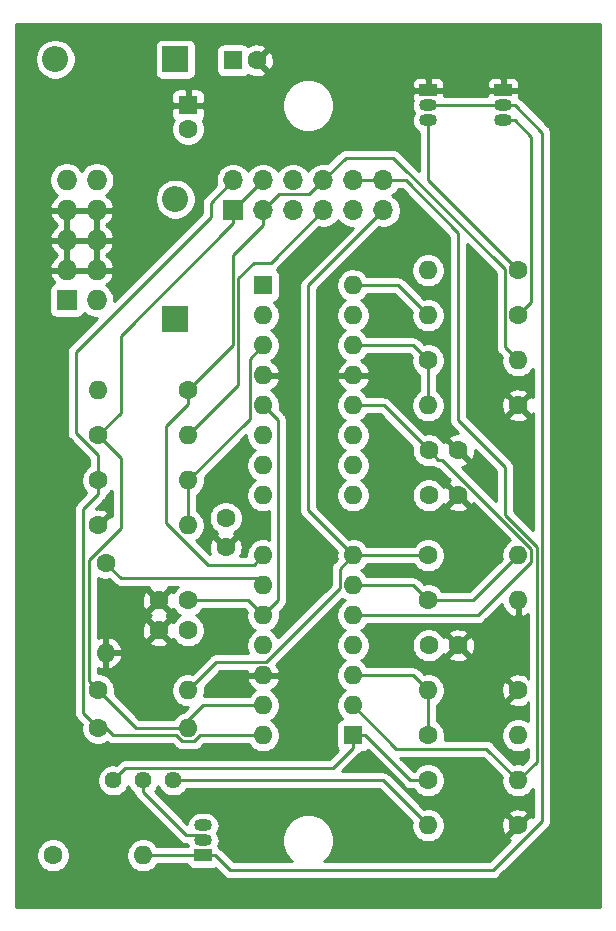
<source format=gbr>
G04 #@! TF.GenerationSoftware,KiCad,Pcbnew,5.1.5-52549c5~84~ubuntu18.04.1*
G04 #@! TF.CreationDate,2020-03-18T19:12:43-04:00*
G04 #@! TF.ProjectId,OBG-SVF-mainpcb,4f42472d-5356-4462-9d6d-61696e706362,rev?*
G04 #@! TF.SameCoordinates,Original*
G04 #@! TF.FileFunction,Copper,L1,Top*
G04 #@! TF.FilePolarity,Positive*
%FSLAX46Y46*%
G04 Gerber Fmt 4.6, Leading zero omitted, Abs format (unit mm)*
G04 Created by KiCad (PCBNEW 5.1.5-52549c5~84~ubuntu18.04.1) date 2020-03-18 19:12:43*
%MOMM*%
%LPD*%
G04 APERTURE LIST*
%ADD10O,1.727200X1.727200*%
%ADD11R,1.727200X1.727200*%
%ADD12O,1.600000X1.600000*%
%ADD13R,1.600000X1.600000*%
%ADD14C,1.440000*%
%ADD15C,1.600000*%
%ADD16R,2.200000X2.200000*%
%ADD17O,2.200000X2.200000*%
%ADD18R,1.500000X1.050000*%
%ADD19O,1.500000X1.050000*%
%ADD20R,1.700000X1.700000*%
%ADD21O,1.700000X1.700000*%
%ADD22C,0.250000*%
%ADD23C,0.254000*%
G04 APERTURE END LIST*
D10*
X124340000Y-48240000D03*
X121800000Y-48240000D03*
X124340000Y-50780000D03*
X121800000Y-50780000D03*
X124340000Y-53320000D03*
X121800000Y-53320000D03*
X124340000Y-55860000D03*
X121800000Y-55860000D03*
X124340000Y-58400000D03*
D11*
X121800000Y-58400000D03*
D12*
X146050000Y-57150000D03*
X138430000Y-74930000D03*
X146050000Y-59690000D03*
X138430000Y-72390000D03*
X146050000Y-62230000D03*
X138430000Y-69850000D03*
X146050000Y-64770000D03*
X138430000Y-67310000D03*
X146050000Y-67310000D03*
X138430000Y-64770000D03*
X146050000Y-69850000D03*
X138430000Y-62230000D03*
X146050000Y-72390000D03*
X138430000Y-59690000D03*
X146050000Y-74930000D03*
D13*
X138430000Y-57150000D03*
D14*
X130810000Y-99060000D03*
X128270000Y-99060000D03*
X125730000Y-99060000D03*
D12*
X128270000Y-105410000D03*
D15*
X120650000Y-105410000D03*
D12*
X132080000Y-91440000D03*
D15*
X124460000Y-91440000D03*
D12*
X132080000Y-94615000D03*
D15*
X124460000Y-94615000D03*
D12*
X132080000Y-73660000D03*
D15*
X124460000Y-73660000D03*
D16*
X131000000Y-60000000D03*
D17*
X131000000Y-49840000D03*
D15*
X132080000Y-43910000D03*
D13*
X132080000Y-41910000D03*
D18*
X152400000Y-40640000D03*
D19*
X152400000Y-43180000D03*
X152400000Y-41910000D03*
D18*
X158750000Y-40640000D03*
D19*
X158750000Y-43180000D03*
X158750000Y-41910000D03*
D12*
X152400000Y-102870000D03*
D15*
X160020000Y-102870000D03*
D12*
X160020000Y-99060000D03*
D15*
X152400000Y-99060000D03*
D12*
X160020000Y-80010000D03*
D15*
X152400000Y-80010000D03*
D12*
X160020000Y-95250000D03*
D15*
X152400000Y-95250000D03*
D12*
X132080000Y-77470000D03*
D15*
X124460000Y-77470000D03*
D12*
X124460000Y-66040000D03*
D15*
X132080000Y-66040000D03*
D12*
X132080000Y-69850000D03*
D15*
X124460000Y-69850000D03*
D12*
X125095000Y-88265000D03*
D15*
X125095000Y-80645000D03*
D20*
X135890000Y-50800000D03*
D21*
X135890000Y-48260000D03*
X138430000Y-50800000D03*
X138430000Y-48260000D03*
X140970000Y-50800000D03*
X140970000Y-48260000D03*
X143510000Y-50800000D03*
X143510000Y-48260000D03*
X146050000Y-50800000D03*
X146050000Y-48260000D03*
X148590000Y-50800000D03*
X148590000Y-48260000D03*
D12*
X138430000Y-95250000D03*
X146050000Y-80010000D03*
X138430000Y-92710000D03*
X146050000Y-82550000D03*
X138430000Y-90170000D03*
X146050000Y-85090000D03*
X138430000Y-87630000D03*
X146050000Y-87630000D03*
X138430000Y-85090000D03*
X146050000Y-90170000D03*
X138430000Y-82550000D03*
X146050000Y-92710000D03*
X138430000Y-80010000D03*
D13*
X146050000Y-95250000D03*
D12*
X160020000Y-83820000D03*
D15*
X152400000Y-83820000D03*
D12*
X152400000Y-67310000D03*
D15*
X160020000Y-67310000D03*
D12*
X160020000Y-63500000D03*
D15*
X152400000Y-63500000D03*
D12*
X152400000Y-59690000D03*
D15*
X160020000Y-59690000D03*
D12*
X152400000Y-55880000D03*
D15*
X160020000Y-55880000D03*
D12*
X152400000Y-91440000D03*
D15*
X160020000Y-91440000D03*
D18*
X133350000Y-105410000D03*
D19*
X133350000Y-102870000D03*
X133350000Y-104140000D03*
D16*
X131000000Y-38000000D03*
D17*
X120840000Y-38000000D03*
D15*
X135255000Y-79335000D03*
X135255000Y-76835000D03*
X129580000Y-86360000D03*
X132080000Y-86360000D03*
X152440000Y-74930000D03*
X154940000Y-74930000D03*
X152440000Y-87630000D03*
X154940000Y-87630000D03*
X137890000Y-38100000D03*
D13*
X135890000Y-38100000D03*
D15*
X152440000Y-71120000D03*
X154940000Y-71120000D03*
X129580000Y-83820000D03*
X132080000Y-83820000D03*
D22*
X139700000Y-83820000D02*
X138430000Y-85090000D01*
X139700000Y-68580000D02*
X139700000Y-83820000D01*
X138430000Y-67310000D02*
X139700000Y-68580000D01*
X137160000Y-83820000D02*
X138430000Y-85090000D01*
X132080000Y-83820000D02*
X137160000Y-83820000D01*
X148630000Y-67310000D02*
X152440000Y-71120000D01*
X146050000Y-67310000D02*
X148630000Y-67310000D01*
X153239999Y-71919999D02*
X152440000Y-71120000D01*
X161145001Y-79469999D02*
X153595001Y-71919999D01*
X161145001Y-80550001D02*
X161145001Y-79469999D01*
X156605002Y-85090000D02*
X161145001Y-80550001D01*
X153595001Y-71919999D02*
X153239999Y-71919999D01*
X146050000Y-85090000D02*
X156605002Y-85090000D01*
X135890000Y-50800000D02*
X138430000Y-48260000D01*
X132080000Y-93980000D02*
X133350000Y-92710000D01*
X133350000Y-92710000D02*
X138430000Y-92710000D01*
X127635000Y-94615000D02*
X124460000Y-91440000D01*
X132080000Y-94615000D02*
X127635000Y-94615000D01*
X123660001Y-90640001D02*
X124460000Y-91440000D01*
X123660001Y-80414997D02*
X123660001Y-90640001D01*
X126365000Y-77709998D02*
X123660001Y-80414997D01*
X124460000Y-69850000D02*
X126365000Y-71755000D01*
X126365000Y-71755000D02*
X126365000Y-77709998D01*
X126365000Y-67945000D02*
X124460000Y-69850000D01*
X126365000Y-61425000D02*
X126365000Y-67945000D01*
X135890000Y-50800000D02*
X135890000Y-51900000D01*
X135890000Y-51900000D02*
X126365000Y-61425000D01*
X133110002Y-95250000D02*
X138430000Y-95250000D01*
X132620001Y-95740001D02*
X133110002Y-95250000D01*
X131539999Y-95740001D02*
X132620001Y-95740001D01*
X131049998Y-95250000D02*
X131539999Y-95740001D01*
X124460000Y-93980000D02*
X125730000Y-95250000D01*
X125730000Y-95250000D02*
X131049998Y-95250000D01*
X123209992Y-93364992D02*
X124460000Y-94615000D01*
X123209992Y-76041378D02*
X123209992Y-93364992D01*
X124460000Y-74791370D02*
X123209992Y-76041378D01*
X124460000Y-73660000D02*
X124460000Y-74791370D01*
X133985000Y-50165000D02*
X135890000Y-48260000D01*
X124460000Y-73660000D02*
X124460000Y-71515002D01*
X122555000Y-62792065D02*
X133985000Y-51362065D01*
X122555000Y-69610002D02*
X122555000Y-62792065D01*
X124460000Y-71515002D02*
X122555000Y-69610002D01*
X133985000Y-51362065D02*
X133985000Y-50165000D01*
X157335001Y-96375001D02*
X160020000Y-99060000D01*
X149715001Y-96375001D02*
X157335001Y-96375001D01*
X146050000Y-92710000D02*
X149715001Y-96375001D01*
X148590000Y-48260000D02*
X146050000Y-48260000D01*
X161595011Y-97484989D02*
X160020000Y-99060000D01*
X161595011Y-79283599D02*
X161595011Y-97484989D01*
X148590000Y-48260000D02*
X150495000Y-48260000D01*
X154940000Y-68580000D02*
X158894999Y-72534999D01*
X154940000Y-52705000D02*
X154940000Y-68580000D01*
X158894999Y-72534999D02*
X158894999Y-76583587D01*
X150495000Y-48260000D02*
X154940000Y-52705000D01*
X158894999Y-76583587D02*
X161595011Y-79283599D01*
X142334999Y-49435001D02*
X143510000Y-48260000D01*
X139794999Y-49435001D02*
X142334999Y-49435001D01*
X138430000Y-50800000D02*
X139794999Y-49435001D01*
X138430000Y-52002081D02*
X135890000Y-54542081D01*
X138430000Y-50800000D02*
X138430000Y-52002081D01*
X135890000Y-62230000D02*
X132080000Y-66040000D01*
X135890000Y-54542081D02*
X135890000Y-62230000D01*
X133754997Y-80809999D02*
X137630001Y-80809999D01*
X130175000Y-77230002D02*
X133754997Y-80809999D01*
X137630001Y-80809999D02*
X138430000Y-80010000D01*
X132080000Y-66040000D02*
X132080000Y-67171370D01*
X130175000Y-69076370D02*
X130175000Y-77230002D01*
X132080000Y-67171370D02*
X130175000Y-69076370D01*
X158894999Y-62374999D02*
X160020000Y-63500000D01*
X158894999Y-55783591D02*
X158894999Y-62374999D01*
X143510000Y-48260000D02*
X145415000Y-46355000D01*
X149466408Y-46355000D02*
X158894999Y-55783591D01*
X145415000Y-46355000D02*
X149466408Y-46355000D01*
X146050000Y-80010000D02*
X152400000Y-80010000D01*
X148590000Y-50800000D02*
X142240000Y-57150000D01*
X142240000Y-76200000D02*
X146050000Y-80010000D01*
X142240000Y-57150000D02*
X142240000Y-76200000D01*
X144924999Y-81135001D02*
X146050000Y-80010000D01*
X138680003Y-89044999D02*
X144924999Y-82800003D01*
X134475001Y-89044999D02*
X138680003Y-89044999D01*
X144924999Y-82800003D02*
X144924999Y-81135001D01*
X132080000Y-91440000D02*
X134475001Y-89044999D01*
X152400000Y-41910000D02*
X158750000Y-41910000D01*
X128270000Y-105410000D02*
X133350000Y-105410000D01*
X159750000Y-41910000D02*
X162045020Y-44205020D01*
X162045020Y-44205020D02*
X162045020Y-102509982D01*
X158750000Y-41910000D02*
X159750000Y-41910000D01*
X134350000Y-105410000D02*
X133350000Y-105410000D01*
X157875002Y-106680000D02*
X135620000Y-106680000D01*
X162045020Y-102509982D02*
X157875002Y-106680000D01*
X135620000Y-106680000D02*
X134350000Y-105410000D01*
X128270000Y-100078233D02*
X128270000Y-99060000D01*
X131911777Y-103720010D02*
X128270000Y-100078233D01*
X132930010Y-103720010D02*
X131911777Y-103720010D01*
X133350000Y-104140000D02*
X132930010Y-103720010D01*
X161145001Y-58564999D02*
X160020000Y-59690000D01*
X159750000Y-43180000D02*
X161145001Y-44575001D01*
X161145001Y-44575001D02*
X161145001Y-58564999D01*
X158750000Y-43180000D02*
X159750000Y-43180000D01*
X152400000Y-48260000D02*
X160020000Y-55880000D01*
X152400000Y-43180000D02*
X152400000Y-48260000D01*
X150910000Y-99060000D02*
X152400000Y-99060000D01*
X147100000Y-95250000D02*
X150910000Y-99060000D01*
X146050000Y-95250000D02*
X147100000Y-95250000D01*
X145974999Y-96375001D02*
X146050000Y-96300000D01*
X146050000Y-96300000D02*
X146050000Y-95250000D01*
X144335001Y-98014999D02*
X146050000Y-96300000D01*
X126775001Y-98014999D02*
X144335001Y-98014999D01*
X125730000Y-99060000D02*
X126775001Y-98014999D01*
X139065000Y-55245000D02*
X143510000Y-50800000D01*
X137654999Y-55245000D02*
X139065000Y-55245000D01*
X136340009Y-56559990D02*
X137654999Y-55245000D01*
X132080000Y-69850000D02*
X136340009Y-65589991D01*
X136340009Y-65589991D02*
X136340009Y-56559990D01*
X148590000Y-99060000D02*
X152400000Y-102870000D01*
X130810000Y-99060000D02*
X148590000Y-99060000D01*
X151130000Y-90170000D02*
X152400000Y-91440000D01*
X146050000Y-90170000D02*
X151130000Y-90170000D01*
X152400000Y-91440000D02*
X152400000Y-95250000D01*
X132080000Y-73660000D02*
X132080000Y-77470000D01*
X137304999Y-63355001D02*
X138430000Y-62230000D01*
X137304999Y-68435001D02*
X137304999Y-63355001D01*
X132080000Y-73660000D02*
X137304999Y-68435001D01*
X149860000Y-57150000D02*
X152400000Y-59690000D01*
X146050000Y-57150000D02*
X149860000Y-57150000D01*
X151130000Y-62230000D02*
X152400000Y-63500000D01*
X146050000Y-62230000D02*
X151130000Y-62230000D01*
X152400000Y-63500000D02*
X152400000Y-67310000D01*
X126365000Y-81915000D02*
X137795000Y-81915000D01*
X137795000Y-81915000D02*
X138430000Y-82550000D01*
X125119980Y-81280000D02*
X125424990Y-80974990D01*
X125424990Y-80974990D02*
X126365000Y-81915000D01*
X151130000Y-82550000D02*
X152400000Y-83820000D01*
X146050000Y-82550000D02*
X151130000Y-82550000D01*
X156210000Y-83820000D02*
X160020000Y-80010000D01*
X152400000Y-83820000D02*
X156210000Y-83820000D01*
D23*
G36*
X166955000Y-109805000D02*
G01*
X117525000Y-109805000D01*
X117525000Y-105268665D01*
X119215000Y-105268665D01*
X119215000Y-105551335D01*
X119270147Y-105828574D01*
X119378320Y-106089727D01*
X119535363Y-106324759D01*
X119735241Y-106524637D01*
X119970273Y-106681680D01*
X120231426Y-106789853D01*
X120508665Y-106845000D01*
X120791335Y-106845000D01*
X121068574Y-106789853D01*
X121329727Y-106681680D01*
X121564759Y-106524637D01*
X121764637Y-106324759D01*
X121921680Y-106089727D01*
X122029853Y-105828574D01*
X122085000Y-105551335D01*
X122085000Y-105268665D01*
X122029853Y-104991426D01*
X121921680Y-104730273D01*
X121764637Y-104495241D01*
X121564759Y-104295363D01*
X121329727Y-104138320D01*
X121068574Y-104030147D01*
X120791335Y-103975000D01*
X120508665Y-103975000D01*
X120231426Y-104030147D01*
X119970273Y-104138320D01*
X119735241Y-104295363D01*
X119535363Y-104495241D01*
X119378320Y-104730273D01*
X119270147Y-104991426D01*
X119215000Y-105268665D01*
X117525000Y-105268665D01*
X117525000Y-57536400D01*
X120298328Y-57536400D01*
X120298328Y-59263600D01*
X120310588Y-59388082D01*
X120346898Y-59507780D01*
X120405863Y-59618094D01*
X120485215Y-59714785D01*
X120581906Y-59794137D01*
X120692220Y-59853102D01*
X120811918Y-59889412D01*
X120936400Y-59901672D01*
X122663600Y-59901672D01*
X122788082Y-59889412D01*
X122907780Y-59853102D01*
X123018094Y-59794137D01*
X123114785Y-59714785D01*
X123194137Y-59618094D01*
X123253102Y-59507780D01*
X123270636Y-59449977D01*
X123384698Y-59564039D01*
X123630147Y-59728042D01*
X123902875Y-59841010D01*
X124192401Y-59898600D01*
X124373664Y-59898600D01*
X122043998Y-62228266D01*
X122015000Y-62252064D01*
X121991202Y-62281062D01*
X121991201Y-62281063D01*
X121920026Y-62367789D01*
X121849454Y-62499819D01*
X121805998Y-62643080D01*
X121791324Y-62792065D01*
X121795001Y-62829397D01*
X121795000Y-69572679D01*
X121791324Y-69610002D01*
X121795000Y-69647324D01*
X121795000Y-69647334D01*
X121805997Y-69758987D01*
X121833605Y-69850000D01*
X121849454Y-69902248D01*
X121920026Y-70034278D01*
X121959871Y-70082828D01*
X122014999Y-70150003D01*
X122044003Y-70173806D01*
X123700001Y-71829805D01*
X123700001Y-72441956D01*
X123545241Y-72545363D01*
X123345363Y-72745241D01*
X123188320Y-72980273D01*
X123080147Y-73241426D01*
X123025000Y-73518665D01*
X123025000Y-73801335D01*
X123080147Y-74078574D01*
X123188320Y-74339727D01*
X123345363Y-74574759D01*
X123473586Y-74702982D01*
X122698995Y-75477574D01*
X122669991Y-75501377D01*
X122633131Y-75546292D01*
X122575018Y-75617102D01*
X122507672Y-75743097D01*
X122504446Y-75749132D01*
X122460989Y-75892393D01*
X122449992Y-76004046D01*
X122449992Y-76004056D01*
X122446316Y-76041378D01*
X122449992Y-76078700D01*
X122449993Y-93327659D01*
X122446316Y-93364992D01*
X122449993Y-93402325D01*
X122456659Y-93470000D01*
X122460990Y-93513977D01*
X122504446Y-93657238D01*
X122575018Y-93789268D01*
X122646193Y-93875994D01*
X122669992Y-93904993D01*
X122698990Y-93928791D01*
X123061312Y-94291114D01*
X123025000Y-94473665D01*
X123025000Y-94756335D01*
X123080147Y-95033574D01*
X123188320Y-95294727D01*
X123345363Y-95529759D01*
X123545241Y-95729637D01*
X123780273Y-95886680D01*
X124041426Y-95994853D01*
X124318665Y-96050000D01*
X124601335Y-96050000D01*
X124878574Y-95994853D01*
X125139727Y-95886680D01*
X125232373Y-95824776D01*
X125305724Y-95884974D01*
X125437753Y-95955546D01*
X125581014Y-95999003D01*
X125692667Y-96010000D01*
X125692676Y-96010000D01*
X125729999Y-96013676D01*
X125767322Y-96010000D01*
X130735197Y-96010000D01*
X130976195Y-96250998D01*
X130999998Y-96280002D01*
X131069855Y-96337332D01*
X131115722Y-96374975D01*
X131170948Y-96404494D01*
X131247752Y-96445547D01*
X131391013Y-96489004D01*
X131502666Y-96500001D01*
X131502675Y-96500001D01*
X131539998Y-96503677D01*
X131577321Y-96500001D01*
X132582679Y-96500001D01*
X132620001Y-96503677D01*
X132657323Y-96500001D01*
X132657334Y-96500001D01*
X132768987Y-96489004D01*
X132912248Y-96445547D01*
X133044277Y-96374975D01*
X133160002Y-96280002D01*
X133183805Y-96250998D01*
X133424803Y-96010000D01*
X137211957Y-96010000D01*
X137315363Y-96164759D01*
X137515241Y-96364637D01*
X137750273Y-96521680D01*
X138011426Y-96629853D01*
X138288665Y-96685000D01*
X138571335Y-96685000D01*
X138848574Y-96629853D01*
X139109727Y-96521680D01*
X139344759Y-96364637D01*
X139544637Y-96164759D01*
X139701680Y-95929727D01*
X139809853Y-95668574D01*
X139865000Y-95391335D01*
X139865000Y-95108665D01*
X139809853Y-94831426D01*
X139701680Y-94570273D01*
X139544637Y-94335241D01*
X139344759Y-94135363D01*
X139112241Y-93980000D01*
X139344759Y-93824637D01*
X139544637Y-93624759D01*
X139701680Y-93389727D01*
X139809853Y-93128574D01*
X139865000Y-92851335D01*
X139865000Y-92568665D01*
X139809853Y-92291426D01*
X139701680Y-92030273D01*
X139544637Y-91795241D01*
X139344759Y-91595363D01*
X139109727Y-91438320D01*
X139099135Y-91433933D01*
X139285131Y-91322385D01*
X139493519Y-91133414D01*
X139661037Y-90907420D01*
X139781246Y-90653087D01*
X139821904Y-90519039D01*
X139699915Y-90297000D01*
X138557000Y-90297000D01*
X138557000Y-90317000D01*
X138303000Y-90317000D01*
X138303000Y-90297000D01*
X137160085Y-90297000D01*
X137038096Y-90519039D01*
X137078754Y-90653087D01*
X137198963Y-90907420D01*
X137366481Y-91133414D01*
X137574869Y-91322385D01*
X137760865Y-91433933D01*
X137750273Y-91438320D01*
X137515241Y-91595363D01*
X137315363Y-91795241D01*
X137211957Y-91950000D01*
X133421983Y-91950000D01*
X133459853Y-91858574D01*
X133515000Y-91581335D01*
X133515000Y-91298665D01*
X133478688Y-91116114D01*
X134789803Y-89804999D01*
X137042937Y-89804999D01*
X137038096Y-89820961D01*
X137160085Y-90043000D01*
X138303000Y-90043000D01*
X138303000Y-90023000D01*
X138557000Y-90023000D01*
X138557000Y-90043000D01*
X139699915Y-90043000D01*
X139821904Y-89820961D01*
X139781246Y-89686913D01*
X139661037Y-89432580D01*
X139535960Y-89263843D01*
X145135204Y-83664600D01*
X145135241Y-83664637D01*
X145367759Y-83820000D01*
X145135241Y-83975363D01*
X144935363Y-84175241D01*
X144778320Y-84410273D01*
X144670147Y-84671426D01*
X144615000Y-84948665D01*
X144615000Y-85231335D01*
X144670147Y-85508574D01*
X144778320Y-85769727D01*
X144935363Y-86004759D01*
X145135241Y-86204637D01*
X145367759Y-86360000D01*
X145135241Y-86515363D01*
X144935363Y-86715241D01*
X144778320Y-86950273D01*
X144670147Y-87211426D01*
X144615000Y-87488665D01*
X144615000Y-87771335D01*
X144670147Y-88048574D01*
X144778320Y-88309727D01*
X144935363Y-88544759D01*
X145135241Y-88744637D01*
X145367759Y-88900000D01*
X145135241Y-89055363D01*
X144935363Y-89255241D01*
X144778320Y-89490273D01*
X144670147Y-89751426D01*
X144615000Y-90028665D01*
X144615000Y-90311335D01*
X144670147Y-90588574D01*
X144778320Y-90849727D01*
X144935363Y-91084759D01*
X145135241Y-91284637D01*
X145367759Y-91440000D01*
X145135241Y-91595363D01*
X144935363Y-91795241D01*
X144778320Y-92030273D01*
X144670147Y-92291426D01*
X144615000Y-92568665D01*
X144615000Y-92851335D01*
X144670147Y-93128574D01*
X144778320Y-93389727D01*
X144935363Y-93624759D01*
X145133961Y-93823357D01*
X145125518Y-93824188D01*
X145005820Y-93860498D01*
X144895506Y-93919463D01*
X144798815Y-93998815D01*
X144719463Y-94095506D01*
X144660498Y-94205820D01*
X144624188Y-94325518D01*
X144611928Y-94450000D01*
X144611928Y-96050000D01*
X144624188Y-96174482D01*
X144660498Y-96294180D01*
X144719463Y-96404494D01*
X144787636Y-96487563D01*
X144020200Y-97254999D01*
X126812334Y-97254999D01*
X126775001Y-97251322D01*
X126737668Y-97254999D01*
X126626015Y-97265996D01*
X126482754Y-97309453D01*
X126350725Y-97380025D01*
X126235000Y-97474998D01*
X126211202Y-97503996D01*
X125985852Y-97729346D01*
X125863456Y-97705000D01*
X125596544Y-97705000D01*
X125334761Y-97757072D01*
X125088167Y-97859215D01*
X124866238Y-98007503D01*
X124677503Y-98196238D01*
X124529215Y-98418167D01*
X124427072Y-98664761D01*
X124375000Y-98926544D01*
X124375000Y-99193456D01*
X124427072Y-99455239D01*
X124529215Y-99701833D01*
X124677503Y-99923762D01*
X124866238Y-100112497D01*
X125088167Y-100260785D01*
X125334761Y-100362928D01*
X125596544Y-100415000D01*
X125863456Y-100415000D01*
X126125239Y-100362928D01*
X126371833Y-100260785D01*
X126593762Y-100112497D01*
X126782497Y-99923762D01*
X126930785Y-99701833D01*
X127000000Y-99534734D01*
X127069215Y-99701833D01*
X127217503Y-99923762D01*
X127406238Y-100112497D01*
X127516986Y-100186496D01*
X127520997Y-100227218D01*
X127564454Y-100370479D01*
X127635026Y-100502509D01*
X127674871Y-100551059D01*
X127729999Y-100618234D01*
X127759003Y-100642037D01*
X131347982Y-104231018D01*
X131371776Y-104260011D01*
X131400769Y-104283805D01*
X131400773Y-104283809D01*
X131415994Y-104296300D01*
X131487501Y-104354984D01*
X131619530Y-104425556D01*
X131762791Y-104469013D01*
X131874444Y-104480010D01*
X131874453Y-104480010D01*
X131911776Y-104483686D01*
X131949099Y-104480010D01*
X132015945Y-104480010D01*
X132045093Y-104576098D01*
X132010498Y-104640820D01*
X132007713Y-104650000D01*
X129488043Y-104650000D01*
X129384637Y-104495241D01*
X129184759Y-104295363D01*
X128949727Y-104138320D01*
X128688574Y-104030147D01*
X128411335Y-103975000D01*
X128128665Y-103975000D01*
X127851426Y-104030147D01*
X127590273Y-104138320D01*
X127355241Y-104295363D01*
X127155363Y-104495241D01*
X126998320Y-104730273D01*
X126890147Y-104991426D01*
X126835000Y-105268665D01*
X126835000Y-105551335D01*
X126890147Y-105828574D01*
X126998320Y-106089727D01*
X127155363Y-106324759D01*
X127355241Y-106524637D01*
X127590273Y-106681680D01*
X127851426Y-106789853D01*
X128128665Y-106845000D01*
X128411335Y-106845000D01*
X128688574Y-106789853D01*
X128949727Y-106681680D01*
X129184759Y-106524637D01*
X129384637Y-106324759D01*
X129488043Y-106170000D01*
X132007713Y-106170000D01*
X132010498Y-106179180D01*
X132069463Y-106289494D01*
X132148815Y-106386185D01*
X132245506Y-106465537D01*
X132355820Y-106524502D01*
X132475518Y-106560812D01*
X132600000Y-106573072D01*
X134100000Y-106573072D01*
X134224482Y-106560812D01*
X134344180Y-106524502D01*
X134373844Y-106508646D01*
X135056201Y-107191003D01*
X135079999Y-107220001D01*
X135195724Y-107314974D01*
X135327753Y-107385546D01*
X135471014Y-107429003D01*
X135582667Y-107440000D01*
X135582676Y-107440000D01*
X135619999Y-107443676D01*
X135657322Y-107440000D01*
X157837680Y-107440000D01*
X157875002Y-107443676D01*
X157912324Y-107440000D01*
X157912335Y-107440000D01*
X158023988Y-107429003D01*
X158167249Y-107385546D01*
X158299278Y-107314974D01*
X158415003Y-107220001D01*
X158438806Y-107190997D01*
X162556023Y-103073781D01*
X162585021Y-103049983D01*
X162616739Y-103011335D01*
X162679994Y-102934259D01*
X162750566Y-102802229D01*
X162751397Y-102799488D01*
X162794023Y-102658968D01*
X162805020Y-102547315D01*
X162805020Y-102547305D01*
X162808696Y-102509983D01*
X162805020Y-102472660D01*
X162805020Y-44242342D01*
X162808696Y-44205019D01*
X162805020Y-44167696D01*
X162805020Y-44167687D01*
X162794023Y-44056034D01*
X162750566Y-43912773D01*
X162679994Y-43780744D01*
X162630144Y-43720001D01*
X162608819Y-43694016D01*
X162608815Y-43694012D01*
X162585021Y-43665019D01*
X162556029Y-43641226D01*
X160313804Y-41399002D01*
X160290001Y-41369999D01*
X160174276Y-41275026D01*
X160129588Y-41251140D01*
X160138072Y-41165000D01*
X160135000Y-40925750D01*
X159976250Y-40767000D01*
X159203109Y-40767000D01*
X159202400Y-40766785D01*
X159031979Y-40750000D01*
X158468021Y-40750000D01*
X158297600Y-40766785D01*
X158296891Y-40767000D01*
X157523750Y-40767000D01*
X157365000Y-40925750D01*
X157362121Y-41150000D01*
X153787879Y-41150000D01*
X153785000Y-40925750D01*
X153626250Y-40767000D01*
X152853109Y-40767000D01*
X152852400Y-40766785D01*
X152681979Y-40750000D01*
X152118021Y-40750000D01*
X151947600Y-40766785D01*
X151946891Y-40767000D01*
X151173750Y-40767000D01*
X151015000Y-40925750D01*
X151011928Y-41165000D01*
X151024188Y-41289482D01*
X151060498Y-41409180D01*
X151095093Y-41473902D01*
X151031785Y-41682600D01*
X151009388Y-41910000D01*
X151031785Y-42137400D01*
X151098115Y-42356060D01*
X151199105Y-42545000D01*
X151098115Y-42733940D01*
X151031785Y-42952600D01*
X151009388Y-43180000D01*
X151031785Y-43407400D01*
X151098115Y-43626060D01*
X151205829Y-43827579D01*
X151350788Y-44004212D01*
X151527421Y-44149171D01*
X151640000Y-44209346D01*
X151640001Y-47453792D01*
X150030212Y-45844003D01*
X150006409Y-45814999D01*
X149890684Y-45720026D01*
X149758655Y-45649454D01*
X149615394Y-45605997D01*
X149503741Y-45595000D01*
X149503730Y-45595000D01*
X149466408Y-45591324D01*
X149429086Y-45595000D01*
X145452323Y-45595000D01*
X145415000Y-45591324D01*
X145377677Y-45595000D01*
X145377667Y-45595000D01*
X145266014Y-45605997D01*
X145122753Y-45649454D01*
X144990724Y-45720026D01*
X144874999Y-45814999D01*
X144851201Y-45843997D01*
X143876408Y-46818791D01*
X143656260Y-46775000D01*
X143363740Y-46775000D01*
X143076842Y-46832068D01*
X142806589Y-46944010D01*
X142563368Y-47106525D01*
X142356525Y-47313368D01*
X142240000Y-47487760D01*
X142123475Y-47313368D01*
X141916632Y-47106525D01*
X141673411Y-46944010D01*
X141403158Y-46832068D01*
X141116260Y-46775000D01*
X140823740Y-46775000D01*
X140536842Y-46832068D01*
X140266589Y-46944010D01*
X140023368Y-47106525D01*
X139816525Y-47313368D01*
X139700000Y-47487760D01*
X139583475Y-47313368D01*
X139376632Y-47106525D01*
X139133411Y-46944010D01*
X138863158Y-46832068D01*
X138576260Y-46775000D01*
X138283740Y-46775000D01*
X137996842Y-46832068D01*
X137726589Y-46944010D01*
X137483368Y-47106525D01*
X137276525Y-47313368D01*
X137160000Y-47487760D01*
X137043475Y-47313368D01*
X136836632Y-47106525D01*
X136593411Y-46944010D01*
X136323158Y-46832068D01*
X136036260Y-46775000D01*
X135743740Y-46775000D01*
X135456842Y-46832068D01*
X135186589Y-46944010D01*
X134943368Y-47106525D01*
X134736525Y-47313368D01*
X134574010Y-47556589D01*
X134462068Y-47826842D01*
X134405000Y-48113740D01*
X134405000Y-48406260D01*
X134448790Y-48626408D01*
X133473998Y-49601201D01*
X133445000Y-49624999D01*
X133421202Y-49653997D01*
X133421201Y-49653998D01*
X133350026Y-49740724D01*
X133279454Y-49872754D01*
X133265534Y-49918645D01*
X133235998Y-50016014D01*
X133232552Y-50050998D01*
X133221324Y-50165000D01*
X133225001Y-50202332D01*
X133225000Y-51047263D01*
X125838600Y-58433664D01*
X125838600Y-58252401D01*
X125781010Y-57962875D01*
X125668042Y-57690147D01*
X125504039Y-57444698D01*
X125295302Y-57235961D01*
X125129897Y-57125441D01*
X125228488Y-57066817D01*
X125446854Y-56870293D01*
X125622684Y-56634944D01*
X125749222Y-56369814D01*
X125794958Y-56219026D01*
X125673817Y-55987000D01*
X124467000Y-55987000D01*
X124467000Y-56007000D01*
X124213000Y-56007000D01*
X124213000Y-55987000D01*
X121927000Y-55987000D01*
X121927000Y-56007000D01*
X121673000Y-56007000D01*
X121673000Y-55987000D01*
X120466183Y-55987000D01*
X120345042Y-56219026D01*
X120390778Y-56369814D01*
X120517316Y-56634944D01*
X120693146Y-56870293D01*
X120756574Y-56927376D01*
X120692220Y-56946898D01*
X120581906Y-57005863D01*
X120485215Y-57085215D01*
X120405863Y-57181906D01*
X120346898Y-57292220D01*
X120310588Y-57411918D01*
X120298328Y-57536400D01*
X117525000Y-57536400D01*
X117525000Y-53679026D01*
X120345042Y-53679026D01*
X120390778Y-53829814D01*
X120517316Y-54094944D01*
X120693146Y-54330293D01*
X120911512Y-54526817D01*
X121017770Y-54590000D01*
X120911512Y-54653183D01*
X120693146Y-54849707D01*
X120517316Y-55085056D01*
X120390778Y-55350186D01*
X120345042Y-55500974D01*
X120466183Y-55733000D01*
X121673000Y-55733000D01*
X121673000Y-53447000D01*
X121927000Y-53447000D01*
X121927000Y-55733000D01*
X124213000Y-55733000D01*
X124213000Y-53447000D01*
X124467000Y-53447000D01*
X124467000Y-55733000D01*
X125673817Y-55733000D01*
X125794958Y-55500974D01*
X125749222Y-55350186D01*
X125622684Y-55085056D01*
X125446854Y-54849707D01*
X125228488Y-54653183D01*
X125122230Y-54590000D01*
X125228488Y-54526817D01*
X125446854Y-54330293D01*
X125622684Y-54094944D01*
X125749222Y-53829814D01*
X125794958Y-53679026D01*
X125673817Y-53447000D01*
X124467000Y-53447000D01*
X124213000Y-53447000D01*
X121927000Y-53447000D01*
X121673000Y-53447000D01*
X120466183Y-53447000D01*
X120345042Y-53679026D01*
X117525000Y-53679026D01*
X117525000Y-51139026D01*
X120345042Y-51139026D01*
X120390778Y-51289814D01*
X120517316Y-51554944D01*
X120693146Y-51790293D01*
X120911512Y-51986817D01*
X121017770Y-52050000D01*
X120911512Y-52113183D01*
X120693146Y-52309707D01*
X120517316Y-52545056D01*
X120390778Y-52810186D01*
X120345042Y-52960974D01*
X120466183Y-53193000D01*
X121673000Y-53193000D01*
X121673000Y-50907000D01*
X121927000Y-50907000D01*
X121927000Y-53193000D01*
X124213000Y-53193000D01*
X124213000Y-50907000D01*
X124467000Y-50907000D01*
X124467000Y-53193000D01*
X125673817Y-53193000D01*
X125794958Y-52960974D01*
X125749222Y-52810186D01*
X125622684Y-52545056D01*
X125446854Y-52309707D01*
X125228488Y-52113183D01*
X125122230Y-52050000D01*
X125228488Y-51986817D01*
X125446854Y-51790293D01*
X125622684Y-51554944D01*
X125749222Y-51289814D01*
X125794958Y-51139026D01*
X125673817Y-50907000D01*
X124467000Y-50907000D01*
X124213000Y-50907000D01*
X121927000Y-50907000D01*
X121673000Y-50907000D01*
X120466183Y-50907000D01*
X120345042Y-51139026D01*
X117525000Y-51139026D01*
X117525000Y-48092401D01*
X120301400Y-48092401D01*
X120301400Y-48387599D01*
X120358990Y-48677125D01*
X120471958Y-48949853D01*
X120635961Y-49195302D01*
X120844698Y-49404039D01*
X121010103Y-49514559D01*
X120911512Y-49573183D01*
X120693146Y-49769707D01*
X120517316Y-50005056D01*
X120390778Y-50270186D01*
X120345042Y-50420974D01*
X120466183Y-50653000D01*
X121673000Y-50653000D01*
X121673000Y-50633000D01*
X121927000Y-50633000D01*
X121927000Y-50653000D01*
X124213000Y-50653000D01*
X124213000Y-50633000D01*
X124467000Y-50633000D01*
X124467000Y-50653000D01*
X125673817Y-50653000D01*
X125794958Y-50420974D01*
X125749222Y-50270186D01*
X125622684Y-50005056D01*
X125446854Y-49769707D01*
X125335085Y-49669117D01*
X129265000Y-49669117D01*
X129265000Y-50010883D01*
X129331675Y-50346081D01*
X129462463Y-50661831D01*
X129652337Y-50945998D01*
X129894002Y-51187663D01*
X130178169Y-51377537D01*
X130493919Y-51508325D01*
X130829117Y-51575000D01*
X131170883Y-51575000D01*
X131506081Y-51508325D01*
X131821831Y-51377537D01*
X132105998Y-51187663D01*
X132347663Y-50945998D01*
X132537537Y-50661831D01*
X132668325Y-50346081D01*
X132735000Y-50010883D01*
X132735000Y-49669117D01*
X132668325Y-49333919D01*
X132537537Y-49018169D01*
X132347663Y-48734002D01*
X132105998Y-48492337D01*
X131821831Y-48302463D01*
X131506081Y-48171675D01*
X131170883Y-48105000D01*
X130829117Y-48105000D01*
X130493919Y-48171675D01*
X130178169Y-48302463D01*
X129894002Y-48492337D01*
X129652337Y-48734002D01*
X129462463Y-49018169D01*
X129331675Y-49333919D01*
X129265000Y-49669117D01*
X125335085Y-49669117D01*
X125228488Y-49573183D01*
X125129897Y-49514559D01*
X125295302Y-49404039D01*
X125504039Y-49195302D01*
X125668042Y-48949853D01*
X125781010Y-48677125D01*
X125838600Y-48387599D01*
X125838600Y-48092401D01*
X125781010Y-47802875D01*
X125668042Y-47530147D01*
X125504039Y-47284698D01*
X125295302Y-47075961D01*
X125049853Y-46911958D01*
X124777125Y-46798990D01*
X124487599Y-46741400D01*
X124192401Y-46741400D01*
X123902875Y-46798990D01*
X123630147Y-46911958D01*
X123384698Y-47075961D01*
X123175961Y-47284698D01*
X123070000Y-47443281D01*
X122964039Y-47284698D01*
X122755302Y-47075961D01*
X122509853Y-46911958D01*
X122237125Y-46798990D01*
X121947599Y-46741400D01*
X121652401Y-46741400D01*
X121362875Y-46798990D01*
X121090147Y-46911958D01*
X120844698Y-47075961D01*
X120635961Y-47284698D01*
X120471958Y-47530147D01*
X120358990Y-47802875D01*
X120301400Y-48092401D01*
X117525000Y-48092401D01*
X117525000Y-42710000D01*
X130641928Y-42710000D01*
X130654188Y-42834482D01*
X130690498Y-42954180D01*
X130749463Y-43064494D01*
X130828815Y-43161185D01*
X130845393Y-43174790D01*
X130808320Y-43230273D01*
X130700147Y-43491426D01*
X130645000Y-43768665D01*
X130645000Y-44051335D01*
X130700147Y-44328574D01*
X130808320Y-44589727D01*
X130965363Y-44824759D01*
X131165241Y-45024637D01*
X131400273Y-45181680D01*
X131661426Y-45289853D01*
X131938665Y-45345000D01*
X132221335Y-45345000D01*
X132498574Y-45289853D01*
X132759727Y-45181680D01*
X132994759Y-45024637D01*
X133194637Y-44824759D01*
X133351680Y-44589727D01*
X133459853Y-44328574D01*
X133515000Y-44051335D01*
X133515000Y-43768665D01*
X133459853Y-43491426D01*
X133351680Y-43230273D01*
X133314607Y-43174790D01*
X133331185Y-43161185D01*
X133410537Y-43064494D01*
X133469502Y-42954180D01*
X133505812Y-42834482D01*
X133518072Y-42710000D01*
X133515000Y-42195750D01*
X133356250Y-42037000D01*
X132207000Y-42037000D01*
X132207000Y-42057000D01*
X131953000Y-42057000D01*
X131953000Y-42037000D01*
X130803750Y-42037000D01*
X130645000Y-42195750D01*
X130641928Y-42710000D01*
X117525000Y-42710000D01*
X117525000Y-41110000D01*
X130641928Y-41110000D01*
X130645000Y-41624250D01*
X130803750Y-41783000D01*
X131953000Y-41783000D01*
X131953000Y-40633750D01*
X132207000Y-40633750D01*
X132207000Y-41783000D01*
X133356250Y-41783000D01*
X133449378Y-41689872D01*
X140005000Y-41689872D01*
X140005000Y-42130128D01*
X140090890Y-42561925D01*
X140259369Y-42968669D01*
X140503962Y-43334729D01*
X140815271Y-43646038D01*
X141181331Y-43890631D01*
X141588075Y-44059110D01*
X142019872Y-44145000D01*
X142460128Y-44145000D01*
X142891925Y-44059110D01*
X143298669Y-43890631D01*
X143664729Y-43646038D01*
X143976038Y-43334729D01*
X144220631Y-42968669D01*
X144389110Y-42561925D01*
X144475000Y-42130128D01*
X144475000Y-41689872D01*
X144389110Y-41258075D01*
X144220631Y-40851331D01*
X143976038Y-40485271D01*
X143664729Y-40173962D01*
X143576486Y-40115000D01*
X151011928Y-40115000D01*
X151015000Y-40354250D01*
X151173750Y-40513000D01*
X152273000Y-40513000D01*
X152273000Y-39638750D01*
X152527000Y-39638750D01*
X152527000Y-40513000D01*
X153626250Y-40513000D01*
X153785000Y-40354250D01*
X153788072Y-40115000D01*
X157361928Y-40115000D01*
X157365000Y-40354250D01*
X157523750Y-40513000D01*
X158623000Y-40513000D01*
X158623000Y-39638750D01*
X158877000Y-39638750D01*
X158877000Y-40513000D01*
X159976250Y-40513000D01*
X160135000Y-40354250D01*
X160138072Y-40115000D01*
X160125812Y-39990518D01*
X160089502Y-39870820D01*
X160030537Y-39760506D01*
X159951185Y-39663815D01*
X159854494Y-39584463D01*
X159744180Y-39525498D01*
X159624482Y-39489188D01*
X159500000Y-39476928D01*
X159035750Y-39480000D01*
X158877000Y-39638750D01*
X158623000Y-39638750D01*
X158464250Y-39480000D01*
X158000000Y-39476928D01*
X157875518Y-39489188D01*
X157755820Y-39525498D01*
X157645506Y-39584463D01*
X157548815Y-39663815D01*
X157469463Y-39760506D01*
X157410498Y-39870820D01*
X157374188Y-39990518D01*
X157361928Y-40115000D01*
X153788072Y-40115000D01*
X153775812Y-39990518D01*
X153739502Y-39870820D01*
X153680537Y-39760506D01*
X153601185Y-39663815D01*
X153504494Y-39584463D01*
X153394180Y-39525498D01*
X153274482Y-39489188D01*
X153150000Y-39476928D01*
X152685750Y-39480000D01*
X152527000Y-39638750D01*
X152273000Y-39638750D01*
X152114250Y-39480000D01*
X151650000Y-39476928D01*
X151525518Y-39489188D01*
X151405820Y-39525498D01*
X151295506Y-39584463D01*
X151198815Y-39663815D01*
X151119463Y-39760506D01*
X151060498Y-39870820D01*
X151024188Y-39990518D01*
X151011928Y-40115000D01*
X143576486Y-40115000D01*
X143298669Y-39929369D01*
X142891925Y-39760890D01*
X142460128Y-39675000D01*
X142019872Y-39675000D01*
X141588075Y-39760890D01*
X141181331Y-39929369D01*
X140815271Y-40173962D01*
X140503962Y-40485271D01*
X140259369Y-40851331D01*
X140090890Y-41258075D01*
X140005000Y-41689872D01*
X133449378Y-41689872D01*
X133515000Y-41624250D01*
X133518072Y-41110000D01*
X133505812Y-40985518D01*
X133469502Y-40865820D01*
X133410537Y-40755506D01*
X133331185Y-40658815D01*
X133234494Y-40579463D01*
X133124180Y-40520498D01*
X133004482Y-40484188D01*
X132880000Y-40471928D01*
X132365750Y-40475000D01*
X132207000Y-40633750D01*
X131953000Y-40633750D01*
X131794250Y-40475000D01*
X131280000Y-40471928D01*
X131155518Y-40484188D01*
X131035820Y-40520498D01*
X130925506Y-40579463D01*
X130828815Y-40658815D01*
X130749463Y-40755506D01*
X130690498Y-40865820D01*
X130654188Y-40985518D01*
X130641928Y-41110000D01*
X117525000Y-41110000D01*
X117525000Y-37829117D01*
X119105000Y-37829117D01*
X119105000Y-38170883D01*
X119171675Y-38506081D01*
X119302463Y-38821831D01*
X119492337Y-39105998D01*
X119734002Y-39347663D01*
X120018169Y-39537537D01*
X120333919Y-39668325D01*
X120669117Y-39735000D01*
X121010883Y-39735000D01*
X121346081Y-39668325D01*
X121661831Y-39537537D01*
X121945998Y-39347663D01*
X122187663Y-39105998D01*
X122377537Y-38821831D01*
X122508325Y-38506081D01*
X122575000Y-38170883D01*
X122575000Y-37829117D01*
X122508325Y-37493919D01*
X122377537Y-37178169D01*
X122191671Y-36900000D01*
X129261928Y-36900000D01*
X129261928Y-39100000D01*
X129274188Y-39224482D01*
X129310498Y-39344180D01*
X129369463Y-39454494D01*
X129448815Y-39551185D01*
X129545506Y-39630537D01*
X129655820Y-39689502D01*
X129775518Y-39725812D01*
X129900000Y-39738072D01*
X132100000Y-39738072D01*
X132224482Y-39725812D01*
X132344180Y-39689502D01*
X132454494Y-39630537D01*
X132551185Y-39551185D01*
X132630537Y-39454494D01*
X132689502Y-39344180D01*
X132725812Y-39224482D01*
X132738072Y-39100000D01*
X132738072Y-37300000D01*
X134451928Y-37300000D01*
X134451928Y-38900000D01*
X134464188Y-39024482D01*
X134500498Y-39144180D01*
X134559463Y-39254494D01*
X134638815Y-39351185D01*
X134735506Y-39430537D01*
X134845820Y-39489502D01*
X134965518Y-39525812D01*
X135090000Y-39538072D01*
X136690000Y-39538072D01*
X136814482Y-39525812D01*
X136934180Y-39489502D01*
X137044494Y-39430537D01*
X137141185Y-39351185D01*
X137151807Y-39338242D01*
X137403996Y-39457571D01*
X137678184Y-39526300D01*
X137960512Y-39540217D01*
X138240130Y-39498787D01*
X138506292Y-39403603D01*
X138631514Y-39336671D01*
X138703097Y-39092702D01*
X137890000Y-38279605D01*
X137875858Y-38293748D01*
X137696253Y-38114143D01*
X137710395Y-38100000D01*
X138069605Y-38100000D01*
X138882702Y-38913097D01*
X139126671Y-38841514D01*
X139247571Y-38586004D01*
X139316300Y-38311816D01*
X139330217Y-38029488D01*
X139288787Y-37749870D01*
X139193603Y-37483708D01*
X139126671Y-37358486D01*
X138882702Y-37286903D01*
X138069605Y-38100000D01*
X137710395Y-38100000D01*
X137696253Y-38085858D01*
X137875858Y-37906253D01*
X137890000Y-37920395D01*
X138703097Y-37107298D01*
X138631514Y-36863329D01*
X138376004Y-36742429D01*
X138101816Y-36673700D01*
X137819488Y-36659783D01*
X137539870Y-36701213D01*
X137273708Y-36796397D01*
X137151691Y-36861616D01*
X137141185Y-36848815D01*
X137044494Y-36769463D01*
X136934180Y-36710498D01*
X136814482Y-36674188D01*
X136690000Y-36661928D01*
X135090000Y-36661928D01*
X134965518Y-36674188D01*
X134845820Y-36710498D01*
X134735506Y-36769463D01*
X134638815Y-36848815D01*
X134559463Y-36945506D01*
X134500498Y-37055820D01*
X134464188Y-37175518D01*
X134451928Y-37300000D01*
X132738072Y-37300000D01*
X132738072Y-36900000D01*
X132725812Y-36775518D01*
X132689502Y-36655820D01*
X132630537Y-36545506D01*
X132551185Y-36448815D01*
X132454494Y-36369463D01*
X132344180Y-36310498D01*
X132224482Y-36274188D01*
X132100000Y-36261928D01*
X129900000Y-36261928D01*
X129775518Y-36274188D01*
X129655820Y-36310498D01*
X129545506Y-36369463D01*
X129448815Y-36448815D01*
X129369463Y-36545506D01*
X129310498Y-36655820D01*
X129274188Y-36775518D01*
X129261928Y-36900000D01*
X122191671Y-36900000D01*
X122187663Y-36894002D01*
X121945998Y-36652337D01*
X121661831Y-36462463D01*
X121346081Y-36331675D01*
X121010883Y-36265000D01*
X120669117Y-36265000D01*
X120333919Y-36331675D01*
X120018169Y-36462463D01*
X119734002Y-36652337D01*
X119492337Y-36894002D01*
X119302463Y-37178169D01*
X119171675Y-37493919D01*
X119105000Y-37829117D01*
X117525000Y-37829117D01*
X117525000Y-34975000D01*
X166955001Y-34975000D01*
X166955000Y-109805000D01*
G37*
X166955000Y-109805000D02*
X117525000Y-109805000D01*
X117525000Y-105268665D01*
X119215000Y-105268665D01*
X119215000Y-105551335D01*
X119270147Y-105828574D01*
X119378320Y-106089727D01*
X119535363Y-106324759D01*
X119735241Y-106524637D01*
X119970273Y-106681680D01*
X120231426Y-106789853D01*
X120508665Y-106845000D01*
X120791335Y-106845000D01*
X121068574Y-106789853D01*
X121329727Y-106681680D01*
X121564759Y-106524637D01*
X121764637Y-106324759D01*
X121921680Y-106089727D01*
X122029853Y-105828574D01*
X122085000Y-105551335D01*
X122085000Y-105268665D01*
X122029853Y-104991426D01*
X121921680Y-104730273D01*
X121764637Y-104495241D01*
X121564759Y-104295363D01*
X121329727Y-104138320D01*
X121068574Y-104030147D01*
X120791335Y-103975000D01*
X120508665Y-103975000D01*
X120231426Y-104030147D01*
X119970273Y-104138320D01*
X119735241Y-104295363D01*
X119535363Y-104495241D01*
X119378320Y-104730273D01*
X119270147Y-104991426D01*
X119215000Y-105268665D01*
X117525000Y-105268665D01*
X117525000Y-57536400D01*
X120298328Y-57536400D01*
X120298328Y-59263600D01*
X120310588Y-59388082D01*
X120346898Y-59507780D01*
X120405863Y-59618094D01*
X120485215Y-59714785D01*
X120581906Y-59794137D01*
X120692220Y-59853102D01*
X120811918Y-59889412D01*
X120936400Y-59901672D01*
X122663600Y-59901672D01*
X122788082Y-59889412D01*
X122907780Y-59853102D01*
X123018094Y-59794137D01*
X123114785Y-59714785D01*
X123194137Y-59618094D01*
X123253102Y-59507780D01*
X123270636Y-59449977D01*
X123384698Y-59564039D01*
X123630147Y-59728042D01*
X123902875Y-59841010D01*
X124192401Y-59898600D01*
X124373664Y-59898600D01*
X122043998Y-62228266D01*
X122015000Y-62252064D01*
X121991202Y-62281062D01*
X121991201Y-62281063D01*
X121920026Y-62367789D01*
X121849454Y-62499819D01*
X121805998Y-62643080D01*
X121791324Y-62792065D01*
X121795001Y-62829397D01*
X121795000Y-69572679D01*
X121791324Y-69610002D01*
X121795000Y-69647324D01*
X121795000Y-69647334D01*
X121805997Y-69758987D01*
X121833605Y-69850000D01*
X121849454Y-69902248D01*
X121920026Y-70034278D01*
X121959871Y-70082828D01*
X122014999Y-70150003D01*
X122044003Y-70173806D01*
X123700001Y-71829805D01*
X123700001Y-72441956D01*
X123545241Y-72545363D01*
X123345363Y-72745241D01*
X123188320Y-72980273D01*
X123080147Y-73241426D01*
X123025000Y-73518665D01*
X123025000Y-73801335D01*
X123080147Y-74078574D01*
X123188320Y-74339727D01*
X123345363Y-74574759D01*
X123473586Y-74702982D01*
X122698995Y-75477574D01*
X122669991Y-75501377D01*
X122633131Y-75546292D01*
X122575018Y-75617102D01*
X122507672Y-75743097D01*
X122504446Y-75749132D01*
X122460989Y-75892393D01*
X122449992Y-76004046D01*
X122449992Y-76004056D01*
X122446316Y-76041378D01*
X122449992Y-76078700D01*
X122449993Y-93327659D01*
X122446316Y-93364992D01*
X122449993Y-93402325D01*
X122456659Y-93470000D01*
X122460990Y-93513977D01*
X122504446Y-93657238D01*
X122575018Y-93789268D01*
X122646193Y-93875994D01*
X122669992Y-93904993D01*
X122698990Y-93928791D01*
X123061312Y-94291114D01*
X123025000Y-94473665D01*
X123025000Y-94756335D01*
X123080147Y-95033574D01*
X123188320Y-95294727D01*
X123345363Y-95529759D01*
X123545241Y-95729637D01*
X123780273Y-95886680D01*
X124041426Y-95994853D01*
X124318665Y-96050000D01*
X124601335Y-96050000D01*
X124878574Y-95994853D01*
X125139727Y-95886680D01*
X125232373Y-95824776D01*
X125305724Y-95884974D01*
X125437753Y-95955546D01*
X125581014Y-95999003D01*
X125692667Y-96010000D01*
X125692676Y-96010000D01*
X125729999Y-96013676D01*
X125767322Y-96010000D01*
X130735197Y-96010000D01*
X130976195Y-96250998D01*
X130999998Y-96280002D01*
X131069855Y-96337332D01*
X131115722Y-96374975D01*
X131170948Y-96404494D01*
X131247752Y-96445547D01*
X131391013Y-96489004D01*
X131502666Y-96500001D01*
X131502675Y-96500001D01*
X131539998Y-96503677D01*
X131577321Y-96500001D01*
X132582679Y-96500001D01*
X132620001Y-96503677D01*
X132657323Y-96500001D01*
X132657334Y-96500001D01*
X132768987Y-96489004D01*
X132912248Y-96445547D01*
X133044277Y-96374975D01*
X133160002Y-96280002D01*
X133183805Y-96250998D01*
X133424803Y-96010000D01*
X137211957Y-96010000D01*
X137315363Y-96164759D01*
X137515241Y-96364637D01*
X137750273Y-96521680D01*
X138011426Y-96629853D01*
X138288665Y-96685000D01*
X138571335Y-96685000D01*
X138848574Y-96629853D01*
X139109727Y-96521680D01*
X139344759Y-96364637D01*
X139544637Y-96164759D01*
X139701680Y-95929727D01*
X139809853Y-95668574D01*
X139865000Y-95391335D01*
X139865000Y-95108665D01*
X139809853Y-94831426D01*
X139701680Y-94570273D01*
X139544637Y-94335241D01*
X139344759Y-94135363D01*
X139112241Y-93980000D01*
X139344759Y-93824637D01*
X139544637Y-93624759D01*
X139701680Y-93389727D01*
X139809853Y-93128574D01*
X139865000Y-92851335D01*
X139865000Y-92568665D01*
X139809853Y-92291426D01*
X139701680Y-92030273D01*
X139544637Y-91795241D01*
X139344759Y-91595363D01*
X139109727Y-91438320D01*
X139099135Y-91433933D01*
X139285131Y-91322385D01*
X139493519Y-91133414D01*
X139661037Y-90907420D01*
X139781246Y-90653087D01*
X139821904Y-90519039D01*
X139699915Y-90297000D01*
X138557000Y-90297000D01*
X138557000Y-90317000D01*
X138303000Y-90317000D01*
X138303000Y-90297000D01*
X137160085Y-90297000D01*
X137038096Y-90519039D01*
X137078754Y-90653087D01*
X137198963Y-90907420D01*
X137366481Y-91133414D01*
X137574869Y-91322385D01*
X137760865Y-91433933D01*
X137750273Y-91438320D01*
X137515241Y-91595363D01*
X137315363Y-91795241D01*
X137211957Y-91950000D01*
X133421983Y-91950000D01*
X133459853Y-91858574D01*
X133515000Y-91581335D01*
X133515000Y-91298665D01*
X133478688Y-91116114D01*
X134789803Y-89804999D01*
X137042937Y-89804999D01*
X137038096Y-89820961D01*
X137160085Y-90043000D01*
X138303000Y-90043000D01*
X138303000Y-90023000D01*
X138557000Y-90023000D01*
X138557000Y-90043000D01*
X139699915Y-90043000D01*
X139821904Y-89820961D01*
X139781246Y-89686913D01*
X139661037Y-89432580D01*
X139535960Y-89263843D01*
X145135204Y-83664600D01*
X145135241Y-83664637D01*
X145367759Y-83820000D01*
X145135241Y-83975363D01*
X144935363Y-84175241D01*
X144778320Y-84410273D01*
X144670147Y-84671426D01*
X144615000Y-84948665D01*
X144615000Y-85231335D01*
X144670147Y-85508574D01*
X144778320Y-85769727D01*
X144935363Y-86004759D01*
X145135241Y-86204637D01*
X145367759Y-86360000D01*
X145135241Y-86515363D01*
X144935363Y-86715241D01*
X144778320Y-86950273D01*
X144670147Y-87211426D01*
X144615000Y-87488665D01*
X144615000Y-87771335D01*
X144670147Y-88048574D01*
X144778320Y-88309727D01*
X144935363Y-88544759D01*
X145135241Y-88744637D01*
X145367759Y-88900000D01*
X145135241Y-89055363D01*
X144935363Y-89255241D01*
X144778320Y-89490273D01*
X144670147Y-89751426D01*
X144615000Y-90028665D01*
X144615000Y-90311335D01*
X144670147Y-90588574D01*
X144778320Y-90849727D01*
X144935363Y-91084759D01*
X145135241Y-91284637D01*
X145367759Y-91440000D01*
X145135241Y-91595363D01*
X144935363Y-91795241D01*
X144778320Y-92030273D01*
X144670147Y-92291426D01*
X144615000Y-92568665D01*
X144615000Y-92851335D01*
X144670147Y-93128574D01*
X144778320Y-93389727D01*
X144935363Y-93624759D01*
X145133961Y-93823357D01*
X145125518Y-93824188D01*
X145005820Y-93860498D01*
X144895506Y-93919463D01*
X144798815Y-93998815D01*
X144719463Y-94095506D01*
X144660498Y-94205820D01*
X144624188Y-94325518D01*
X144611928Y-94450000D01*
X144611928Y-96050000D01*
X144624188Y-96174482D01*
X144660498Y-96294180D01*
X144719463Y-96404494D01*
X144787636Y-96487563D01*
X144020200Y-97254999D01*
X126812334Y-97254999D01*
X126775001Y-97251322D01*
X126737668Y-97254999D01*
X126626015Y-97265996D01*
X126482754Y-97309453D01*
X126350725Y-97380025D01*
X126235000Y-97474998D01*
X126211202Y-97503996D01*
X125985852Y-97729346D01*
X125863456Y-97705000D01*
X125596544Y-97705000D01*
X125334761Y-97757072D01*
X125088167Y-97859215D01*
X124866238Y-98007503D01*
X124677503Y-98196238D01*
X124529215Y-98418167D01*
X124427072Y-98664761D01*
X124375000Y-98926544D01*
X124375000Y-99193456D01*
X124427072Y-99455239D01*
X124529215Y-99701833D01*
X124677503Y-99923762D01*
X124866238Y-100112497D01*
X125088167Y-100260785D01*
X125334761Y-100362928D01*
X125596544Y-100415000D01*
X125863456Y-100415000D01*
X126125239Y-100362928D01*
X126371833Y-100260785D01*
X126593762Y-100112497D01*
X126782497Y-99923762D01*
X126930785Y-99701833D01*
X127000000Y-99534734D01*
X127069215Y-99701833D01*
X127217503Y-99923762D01*
X127406238Y-100112497D01*
X127516986Y-100186496D01*
X127520997Y-100227218D01*
X127564454Y-100370479D01*
X127635026Y-100502509D01*
X127674871Y-100551059D01*
X127729999Y-100618234D01*
X127759003Y-100642037D01*
X131347982Y-104231018D01*
X131371776Y-104260011D01*
X131400769Y-104283805D01*
X131400773Y-104283809D01*
X131415994Y-104296300D01*
X131487501Y-104354984D01*
X131619530Y-104425556D01*
X131762791Y-104469013D01*
X131874444Y-104480010D01*
X131874453Y-104480010D01*
X131911776Y-104483686D01*
X131949099Y-104480010D01*
X132015945Y-104480010D01*
X132045093Y-104576098D01*
X132010498Y-104640820D01*
X132007713Y-104650000D01*
X129488043Y-104650000D01*
X129384637Y-104495241D01*
X129184759Y-104295363D01*
X128949727Y-104138320D01*
X128688574Y-104030147D01*
X128411335Y-103975000D01*
X128128665Y-103975000D01*
X127851426Y-104030147D01*
X127590273Y-104138320D01*
X127355241Y-104295363D01*
X127155363Y-104495241D01*
X126998320Y-104730273D01*
X126890147Y-104991426D01*
X126835000Y-105268665D01*
X126835000Y-105551335D01*
X126890147Y-105828574D01*
X126998320Y-106089727D01*
X127155363Y-106324759D01*
X127355241Y-106524637D01*
X127590273Y-106681680D01*
X127851426Y-106789853D01*
X128128665Y-106845000D01*
X128411335Y-106845000D01*
X128688574Y-106789853D01*
X128949727Y-106681680D01*
X129184759Y-106524637D01*
X129384637Y-106324759D01*
X129488043Y-106170000D01*
X132007713Y-106170000D01*
X132010498Y-106179180D01*
X132069463Y-106289494D01*
X132148815Y-106386185D01*
X132245506Y-106465537D01*
X132355820Y-106524502D01*
X132475518Y-106560812D01*
X132600000Y-106573072D01*
X134100000Y-106573072D01*
X134224482Y-106560812D01*
X134344180Y-106524502D01*
X134373844Y-106508646D01*
X135056201Y-107191003D01*
X135079999Y-107220001D01*
X135195724Y-107314974D01*
X135327753Y-107385546D01*
X135471014Y-107429003D01*
X135582667Y-107440000D01*
X135582676Y-107440000D01*
X135619999Y-107443676D01*
X135657322Y-107440000D01*
X157837680Y-107440000D01*
X157875002Y-107443676D01*
X157912324Y-107440000D01*
X157912335Y-107440000D01*
X158023988Y-107429003D01*
X158167249Y-107385546D01*
X158299278Y-107314974D01*
X158415003Y-107220001D01*
X158438806Y-107190997D01*
X162556023Y-103073781D01*
X162585021Y-103049983D01*
X162616739Y-103011335D01*
X162679994Y-102934259D01*
X162750566Y-102802229D01*
X162751397Y-102799488D01*
X162794023Y-102658968D01*
X162805020Y-102547315D01*
X162805020Y-102547305D01*
X162808696Y-102509983D01*
X162805020Y-102472660D01*
X162805020Y-44242342D01*
X162808696Y-44205019D01*
X162805020Y-44167696D01*
X162805020Y-44167687D01*
X162794023Y-44056034D01*
X162750566Y-43912773D01*
X162679994Y-43780744D01*
X162630144Y-43720001D01*
X162608819Y-43694016D01*
X162608815Y-43694012D01*
X162585021Y-43665019D01*
X162556029Y-43641226D01*
X160313804Y-41399002D01*
X160290001Y-41369999D01*
X160174276Y-41275026D01*
X160129588Y-41251140D01*
X160138072Y-41165000D01*
X160135000Y-40925750D01*
X159976250Y-40767000D01*
X159203109Y-40767000D01*
X159202400Y-40766785D01*
X159031979Y-40750000D01*
X158468021Y-40750000D01*
X158297600Y-40766785D01*
X158296891Y-40767000D01*
X157523750Y-40767000D01*
X157365000Y-40925750D01*
X157362121Y-41150000D01*
X153787879Y-41150000D01*
X153785000Y-40925750D01*
X153626250Y-40767000D01*
X152853109Y-40767000D01*
X152852400Y-40766785D01*
X152681979Y-40750000D01*
X152118021Y-40750000D01*
X151947600Y-40766785D01*
X151946891Y-40767000D01*
X151173750Y-40767000D01*
X151015000Y-40925750D01*
X151011928Y-41165000D01*
X151024188Y-41289482D01*
X151060498Y-41409180D01*
X151095093Y-41473902D01*
X151031785Y-41682600D01*
X151009388Y-41910000D01*
X151031785Y-42137400D01*
X151098115Y-42356060D01*
X151199105Y-42545000D01*
X151098115Y-42733940D01*
X151031785Y-42952600D01*
X151009388Y-43180000D01*
X151031785Y-43407400D01*
X151098115Y-43626060D01*
X151205829Y-43827579D01*
X151350788Y-44004212D01*
X151527421Y-44149171D01*
X151640000Y-44209346D01*
X151640001Y-47453792D01*
X150030212Y-45844003D01*
X150006409Y-45814999D01*
X149890684Y-45720026D01*
X149758655Y-45649454D01*
X149615394Y-45605997D01*
X149503741Y-45595000D01*
X149503730Y-45595000D01*
X149466408Y-45591324D01*
X149429086Y-45595000D01*
X145452323Y-45595000D01*
X145415000Y-45591324D01*
X145377677Y-45595000D01*
X145377667Y-45595000D01*
X145266014Y-45605997D01*
X145122753Y-45649454D01*
X144990724Y-45720026D01*
X144874999Y-45814999D01*
X144851201Y-45843997D01*
X143876408Y-46818791D01*
X143656260Y-46775000D01*
X143363740Y-46775000D01*
X143076842Y-46832068D01*
X142806589Y-46944010D01*
X142563368Y-47106525D01*
X142356525Y-47313368D01*
X142240000Y-47487760D01*
X142123475Y-47313368D01*
X141916632Y-47106525D01*
X141673411Y-46944010D01*
X141403158Y-46832068D01*
X141116260Y-46775000D01*
X140823740Y-46775000D01*
X140536842Y-46832068D01*
X140266589Y-46944010D01*
X140023368Y-47106525D01*
X139816525Y-47313368D01*
X139700000Y-47487760D01*
X139583475Y-47313368D01*
X139376632Y-47106525D01*
X139133411Y-46944010D01*
X138863158Y-46832068D01*
X138576260Y-46775000D01*
X138283740Y-46775000D01*
X137996842Y-46832068D01*
X137726589Y-46944010D01*
X137483368Y-47106525D01*
X137276525Y-47313368D01*
X137160000Y-47487760D01*
X137043475Y-47313368D01*
X136836632Y-47106525D01*
X136593411Y-46944010D01*
X136323158Y-46832068D01*
X136036260Y-46775000D01*
X135743740Y-46775000D01*
X135456842Y-46832068D01*
X135186589Y-46944010D01*
X134943368Y-47106525D01*
X134736525Y-47313368D01*
X134574010Y-47556589D01*
X134462068Y-47826842D01*
X134405000Y-48113740D01*
X134405000Y-48406260D01*
X134448790Y-48626408D01*
X133473998Y-49601201D01*
X133445000Y-49624999D01*
X133421202Y-49653997D01*
X133421201Y-49653998D01*
X133350026Y-49740724D01*
X133279454Y-49872754D01*
X133265534Y-49918645D01*
X133235998Y-50016014D01*
X133232552Y-50050998D01*
X133221324Y-50165000D01*
X133225001Y-50202332D01*
X133225000Y-51047263D01*
X125838600Y-58433664D01*
X125838600Y-58252401D01*
X125781010Y-57962875D01*
X125668042Y-57690147D01*
X125504039Y-57444698D01*
X125295302Y-57235961D01*
X125129897Y-57125441D01*
X125228488Y-57066817D01*
X125446854Y-56870293D01*
X125622684Y-56634944D01*
X125749222Y-56369814D01*
X125794958Y-56219026D01*
X125673817Y-55987000D01*
X124467000Y-55987000D01*
X124467000Y-56007000D01*
X124213000Y-56007000D01*
X124213000Y-55987000D01*
X121927000Y-55987000D01*
X121927000Y-56007000D01*
X121673000Y-56007000D01*
X121673000Y-55987000D01*
X120466183Y-55987000D01*
X120345042Y-56219026D01*
X120390778Y-56369814D01*
X120517316Y-56634944D01*
X120693146Y-56870293D01*
X120756574Y-56927376D01*
X120692220Y-56946898D01*
X120581906Y-57005863D01*
X120485215Y-57085215D01*
X120405863Y-57181906D01*
X120346898Y-57292220D01*
X120310588Y-57411918D01*
X120298328Y-57536400D01*
X117525000Y-57536400D01*
X117525000Y-53679026D01*
X120345042Y-53679026D01*
X120390778Y-53829814D01*
X120517316Y-54094944D01*
X120693146Y-54330293D01*
X120911512Y-54526817D01*
X121017770Y-54590000D01*
X120911512Y-54653183D01*
X120693146Y-54849707D01*
X120517316Y-55085056D01*
X120390778Y-55350186D01*
X120345042Y-55500974D01*
X120466183Y-55733000D01*
X121673000Y-55733000D01*
X121673000Y-53447000D01*
X121927000Y-53447000D01*
X121927000Y-55733000D01*
X124213000Y-55733000D01*
X124213000Y-53447000D01*
X124467000Y-53447000D01*
X124467000Y-55733000D01*
X125673817Y-55733000D01*
X125794958Y-55500974D01*
X125749222Y-55350186D01*
X125622684Y-55085056D01*
X125446854Y-54849707D01*
X125228488Y-54653183D01*
X125122230Y-54590000D01*
X125228488Y-54526817D01*
X125446854Y-54330293D01*
X125622684Y-54094944D01*
X125749222Y-53829814D01*
X125794958Y-53679026D01*
X125673817Y-53447000D01*
X124467000Y-53447000D01*
X124213000Y-53447000D01*
X121927000Y-53447000D01*
X121673000Y-53447000D01*
X120466183Y-53447000D01*
X120345042Y-53679026D01*
X117525000Y-53679026D01*
X117525000Y-51139026D01*
X120345042Y-51139026D01*
X120390778Y-51289814D01*
X120517316Y-51554944D01*
X120693146Y-51790293D01*
X120911512Y-51986817D01*
X121017770Y-52050000D01*
X120911512Y-52113183D01*
X120693146Y-52309707D01*
X120517316Y-52545056D01*
X120390778Y-52810186D01*
X120345042Y-52960974D01*
X120466183Y-53193000D01*
X121673000Y-53193000D01*
X121673000Y-50907000D01*
X121927000Y-50907000D01*
X121927000Y-53193000D01*
X124213000Y-53193000D01*
X124213000Y-50907000D01*
X124467000Y-50907000D01*
X124467000Y-53193000D01*
X125673817Y-53193000D01*
X125794958Y-52960974D01*
X125749222Y-52810186D01*
X125622684Y-52545056D01*
X125446854Y-52309707D01*
X125228488Y-52113183D01*
X125122230Y-52050000D01*
X125228488Y-51986817D01*
X125446854Y-51790293D01*
X125622684Y-51554944D01*
X125749222Y-51289814D01*
X125794958Y-51139026D01*
X125673817Y-50907000D01*
X124467000Y-50907000D01*
X124213000Y-50907000D01*
X121927000Y-50907000D01*
X121673000Y-50907000D01*
X120466183Y-50907000D01*
X120345042Y-51139026D01*
X117525000Y-51139026D01*
X117525000Y-48092401D01*
X120301400Y-48092401D01*
X120301400Y-48387599D01*
X120358990Y-48677125D01*
X120471958Y-48949853D01*
X120635961Y-49195302D01*
X120844698Y-49404039D01*
X121010103Y-49514559D01*
X120911512Y-49573183D01*
X120693146Y-49769707D01*
X120517316Y-50005056D01*
X120390778Y-50270186D01*
X120345042Y-50420974D01*
X120466183Y-50653000D01*
X121673000Y-50653000D01*
X121673000Y-50633000D01*
X121927000Y-50633000D01*
X121927000Y-50653000D01*
X124213000Y-50653000D01*
X124213000Y-50633000D01*
X124467000Y-50633000D01*
X124467000Y-50653000D01*
X125673817Y-50653000D01*
X125794958Y-50420974D01*
X125749222Y-50270186D01*
X125622684Y-50005056D01*
X125446854Y-49769707D01*
X125335085Y-49669117D01*
X129265000Y-49669117D01*
X129265000Y-50010883D01*
X129331675Y-50346081D01*
X129462463Y-50661831D01*
X129652337Y-50945998D01*
X129894002Y-51187663D01*
X130178169Y-51377537D01*
X130493919Y-51508325D01*
X130829117Y-51575000D01*
X131170883Y-51575000D01*
X131506081Y-51508325D01*
X131821831Y-51377537D01*
X132105998Y-51187663D01*
X132347663Y-50945998D01*
X132537537Y-50661831D01*
X132668325Y-50346081D01*
X132735000Y-50010883D01*
X132735000Y-49669117D01*
X132668325Y-49333919D01*
X132537537Y-49018169D01*
X132347663Y-48734002D01*
X132105998Y-48492337D01*
X131821831Y-48302463D01*
X131506081Y-48171675D01*
X131170883Y-48105000D01*
X130829117Y-48105000D01*
X130493919Y-48171675D01*
X130178169Y-48302463D01*
X129894002Y-48492337D01*
X129652337Y-48734002D01*
X129462463Y-49018169D01*
X129331675Y-49333919D01*
X129265000Y-49669117D01*
X125335085Y-49669117D01*
X125228488Y-49573183D01*
X125129897Y-49514559D01*
X125295302Y-49404039D01*
X125504039Y-49195302D01*
X125668042Y-48949853D01*
X125781010Y-48677125D01*
X125838600Y-48387599D01*
X125838600Y-48092401D01*
X125781010Y-47802875D01*
X125668042Y-47530147D01*
X125504039Y-47284698D01*
X125295302Y-47075961D01*
X125049853Y-46911958D01*
X124777125Y-46798990D01*
X124487599Y-46741400D01*
X124192401Y-46741400D01*
X123902875Y-46798990D01*
X123630147Y-46911958D01*
X123384698Y-47075961D01*
X123175961Y-47284698D01*
X123070000Y-47443281D01*
X122964039Y-47284698D01*
X122755302Y-47075961D01*
X122509853Y-46911958D01*
X122237125Y-46798990D01*
X121947599Y-46741400D01*
X121652401Y-46741400D01*
X121362875Y-46798990D01*
X121090147Y-46911958D01*
X120844698Y-47075961D01*
X120635961Y-47284698D01*
X120471958Y-47530147D01*
X120358990Y-47802875D01*
X120301400Y-48092401D01*
X117525000Y-48092401D01*
X117525000Y-42710000D01*
X130641928Y-42710000D01*
X130654188Y-42834482D01*
X130690498Y-42954180D01*
X130749463Y-43064494D01*
X130828815Y-43161185D01*
X130845393Y-43174790D01*
X130808320Y-43230273D01*
X130700147Y-43491426D01*
X130645000Y-43768665D01*
X130645000Y-44051335D01*
X130700147Y-44328574D01*
X130808320Y-44589727D01*
X130965363Y-44824759D01*
X131165241Y-45024637D01*
X131400273Y-45181680D01*
X131661426Y-45289853D01*
X131938665Y-45345000D01*
X132221335Y-45345000D01*
X132498574Y-45289853D01*
X132759727Y-45181680D01*
X132994759Y-45024637D01*
X133194637Y-44824759D01*
X133351680Y-44589727D01*
X133459853Y-44328574D01*
X133515000Y-44051335D01*
X133515000Y-43768665D01*
X133459853Y-43491426D01*
X133351680Y-43230273D01*
X133314607Y-43174790D01*
X133331185Y-43161185D01*
X133410537Y-43064494D01*
X133469502Y-42954180D01*
X133505812Y-42834482D01*
X133518072Y-42710000D01*
X133515000Y-42195750D01*
X133356250Y-42037000D01*
X132207000Y-42037000D01*
X132207000Y-42057000D01*
X131953000Y-42057000D01*
X131953000Y-42037000D01*
X130803750Y-42037000D01*
X130645000Y-42195750D01*
X130641928Y-42710000D01*
X117525000Y-42710000D01*
X117525000Y-41110000D01*
X130641928Y-41110000D01*
X130645000Y-41624250D01*
X130803750Y-41783000D01*
X131953000Y-41783000D01*
X131953000Y-40633750D01*
X132207000Y-40633750D01*
X132207000Y-41783000D01*
X133356250Y-41783000D01*
X133449378Y-41689872D01*
X140005000Y-41689872D01*
X140005000Y-42130128D01*
X140090890Y-42561925D01*
X140259369Y-42968669D01*
X140503962Y-43334729D01*
X140815271Y-43646038D01*
X141181331Y-43890631D01*
X141588075Y-44059110D01*
X142019872Y-44145000D01*
X142460128Y-44145000D01*
X142891925Y-44059110D01*
X143298669Y-43890631D01*
X143664729Y-43646038D01*
X143976038Y-43334729D01*
X144220631Y-42968669D01*
X144389110Y-42561925D01*
X144475000Y-42130128D01*
X144475000Y-41689872D01*
X144389110Y-41258075D01*
X144220631Y-40851331D01*
X143976038Y-40485271D01*
X143664729Y-40173962D01*
X143576486Y-40115000D01*
X151011928Y-40115000D01*
X151015000Y-40354250D01*
X151173750Y-40513000D01*
X152273000Y-40513000D01*
X152273000Y-39638750D01*
X152527000Y-39638750D01*
X152527000Y-40513000D01*
X153626250Y-40513000D01*
X153785000Y-40354250D01*
X153788072Y-40115000D01*
X157361928Y-40115000D01*
X157365000Y-40354250D01*
X157523750Y-40513000D01*
X158623000Y-40513000D01*
X158623000Y-39638750D01*
X158877000Y-39638750D01*
X158877000Y-40513000D01*
X159976250Y-40513000D01*
X160135000Y-40354250D01*
X160138072Y-40115000D01*
X160125812Y-39990518D01*
X160089502Y-39870820D01*
X160030537Y-39760506D01*
X159951185Y-39663815D01*
X159854494Y-39584463D01*
X159744180Y-39525498D01*
X159624482Y-39489188D01*
X159500000Y-39476928D01*
X159035750Y-39480000D01*
X158877000Y-39638750D01*
X158623000Y-39638750D01*
X158464250Y-39480000D01*
X158000000Y-39476928D01*
X157875518Y-39489188D01*
X157755820Y-39525498D01*
X157645506Y-39584463D01*
X157548815Y-39663815D01*
X157469463Y-39760506D01*
X157410498Y-39870820D01*
X157374188Y-39990518D01*
X157361928Y-40115000D01*
X153788072Y-40115000D01*
X153775812Y-39990518D01*
X153739502Y-39870820D01*
X153680537Y-39760506D01*
X153601185Y-39663815D01*
X153504494Y-39584463D01*
X153394180Y-39525498D01*
X153274482Y-39489188D01*
X153150000Y-39476928D01*
X152685750Y-39480000D01*
X152527000Y-39638750D01*
X152273000Y-39638750D01*
X152114250Y-39480000D01*
X151650000Y-39476928D01*
X151525518Y-39489188D01*
X151405820Y-39525498D01*
X151295506Y-39584463D01*
X151198815Y-39663815D01*
X151119463Y-39760506D01*
X151060498Y-39870820D01*
X151024188Y-39990518D01*
X151011928Y-40115000D01*
X143576486Y-40115000D01*
X143298669Y-39929369D01*
X142891925Y-39760890D01*
X142460128Y-39675000D01*
X142019872Y-39675000D01*
X141588075Y-39760890D01*
X141181331Y-39929369D01*
X140815271Y-40173962D01*
X140503962Y-40485271D01*
X140259369Y-40851331D01*
X140090890Y-41258075D01*
X140005000Y-41689872D01*
X133449378Y-41689872D01*
X133515000Y-41624250D01*
X133518072Y-41110000D01*
X133505812Y-40985518D01*
X133469502Y-40865820D01*
X133410537Y-40755506D01*
X133331185Y-40658815D01*
X133234494Y-40579463D01*
X133124180Y-40520498D01*
X133004482Y-40484188D01*
X132880000Y-40471928D01*
X132365750Y-40475000D01*
X132207000Y-40633750D01*
X131953000Y-40633750D01*
X131794250Y-40475000D01*
X131280000Y-40471928D01*
X131155518Y-40484188D01*
X131035820Y-40520498D01*
X130925506Y-40579463D01*
X130828815Y-40658815D01*
X130749463Y-40755506D01*
X130690498Y-40865820D01*
X130654188Y-40985518D01*
X130641928Y-41110000D01*
X117525000Y-41110000D01*
X117525000Y-37829117D01*
X119105000Y-37829117D01*
X119105000Y-38170883D01*
X119171675Y-38506081D01*
X119302463Y-38821831D01*
X119492337Y-39105998D01*
X119734002Y-39347663D01*
X120018169Y-39537537D01*
X120333919Y-39668325D01*
X120669117Y-39735000D01*
X121010883Y-39735000D01*
X121346081Y-39668325D01*
X121661831Y-39537537D01*
X121945998Y-39347663D01*
X122187663Y-39105998D01*
X122377537Y-38821831D01*
X122508325Y-38506081D01*
X122575000Y-38170883D01*
X122575000Y-37829117D01*
X122508325Y-37493919D01*
X122377537Y-37178169D01*
X122191671Y-36900000D01*
X129261928Y-36900000D01*
X129261928Y-39100000D01*
X129274188Y-39224482D01*
X129310498Y-39344180D01*
X129369463Y-39454494D01*
X129448815Y-39551185D01*
X129545506Y-39630537D01*
X129655820Y-39689502D01*
X129775518Y-39725812D01*
X129900000Y-39738072D01*
X132100000Y-39738072D01*
X132224482Y-39725812D01*
X132344180Y-39689502D01*
X132454494Y-39630537D01*
X132551185Y-39551185D01*
X132630537Y-39454494D01*
X132689502Y-39344180D01*
X132725812Y-39224482D01*
X132738072Y-39100000D01*
X132738072Y-37300000D01*
X134451928Y-37300000D01*
X134451928Y-38900000D01*
X134464188Y-39024482D01*
X134500498Y-39144180D01*
X134559463Y-39254494D01*
X134638815Y-39351185D01*
X134735506Y-39430537D01*
X134845820Y-39489502D01*
X134965518Y-39525812D01*
X135090000Y-39538072D01*
X136690000Y-39538072D01*
X136814482Y-39525812D01*
X136934180Y-39489502D01*
X137044494Y-39430537D01*
X137141185Y-39351185D01*
X137151807Y-39338242D01*
X137403996Y-39457571D01*
X137678184Y-39526300D01*
X137960512Y-39540217D01*
X138240130Y-39498787D01*
X138506292Y-39403603D01*
X138631514Y-39336671D01*
X138703097Y-39092702D01*
X137890000Y-38279605D01*
X137875858Y-38293748D01*
X137696253Y-38114143D01*
X137710395Y-38100000D01*
X138069605Y-38100000D01*
X138882702Y-38913097D01*
X139126671Y-38841514D01*
X139247571Y-38586004D01*
X139316300Y-38311816D01*
X139330217Y-38029488D01*
X139288787Y-37749870D01*
X139193603Y-37483708D01*
X139126671Y-37358486D01*
X138882702Y-37286903D01*
X138069605Y-38100000D01*
X137710395Y-38100000D01*
X137696253Y-38085858D01*
X137875858Y-37906253D01*
X137890000Y-37920395D01*
X138703097Y-37107298D01*
X138631514Y-36863329D01*
X138376004Y-36742429D01*
X138101816Y-36673700D01*
X137819488Y-36659783D01*
X137539870Y-36701213D01*
X137273708Y-36796397D01*
X137151691Y-36861616D01*
X137141185Y-36848815D01*
X137044494Y-36769463D01*
X136934180Y-36710498D01*
X136814482Y-36674188D01*
X136690000Y-36661928D01*
X135090000Y-36661928D01*
X134965518Y-36674188D01*
X134845820Y-36710498D01*
X134735506Y-36769463D01*
X134638815Y-36848815D01*
X134559463Y-36945506D01*
X134500498Y-37055820D01*
X134464188Y-37175518D01*
X134451928Y-37300000D01*
X132738072Y-37300000D01*
X132738072Y-36900000D01*
X132725812Y-36775518D01*
X132689502Y-36655820D01*
X132630537Y-36545506D01*
X132551185Y-36448815D01*
X132454494Y-36369463D01*
X132344180Y-36310498D01*
X132224482Y-36274188D01*
X132100000Y-36261928D01*
X129900000Y-36261928D01*
X129775518Y-36274188D01*
X129655820Y-36310498D01*
X129545506Y-36369463D01*
X129448815Y-36448815D01*
X129369463Y-36545506D01*
X129310498Y-36655820D01*
X129274188Y-36775518D01*
X129261928Y-36900000D01*
X122191671Y-36900000D01*
X122187663Y-36894002D01*
X121945998Y-36652337D01*
X121661831Y-36462463D01*
X121346081Y-36331675D01*
X121010883Y-36265000D01*
X120669117Y-36265000D01*
X120333919Y-36331675D01*
X120018169Y-36462463D01*
X119734002Y-36652337D01*
X119492337Y-36894002D01*
X119302463Y-37178169D01*
X119171675Y-37493919D01*
X119105000Y-37829117D01*
X117525000Y-37829117D01*
X117525000Y-34975000D01*
X166955001Y-34975000D01*
X166955000Y-109805000D01*
G36*
X150346200Y-99571002D02*
G01*
X150369999Y-99600001D01*
X150485724Y-99694974D01*
X150617753Y-99765546D01*
X150761014Y-99809003D01*
X150872667Y-99820000D01*
X150872675Y-99820000D01*
X150910000Y-99823676D01*
X150947325Y-99820000D01*
X151181957Y-99820000D01*
X151285363Y-99974759D01*
X151485241Y-100174637D01*
X151720273Y-100331680D01*
X151981426Y-100439853D01*
X152258665Y-100495000D01*
X152541335Y-100495000D01*
X152818574Y-100439853D01*
X153079727Y-100331680D01*
X153314759Y-100174637D01*
X153514637Y-99974759D01*
X153671680Y-99739727D01*
X153779853Y-99478574D01*
X153835000Y-99201335D01*
X153835000Y-98918665D01*
X153779853Y-98641426D01*
X153671680Y-98380273D01*
X153514637Y-98145241D01*
X153314759Y-97945363D01*
X153079727Y-97788320D01*
X152818574Y-97680147D01*
X152541335Y-97625000D01*
X152258665Y-97625000D01*
X151981426Y-97680147D01*
X151720273Y-97788320D01*
X151485241Y-97945363D01*
X151285363Y-98145241D01*
X151199118Y-98274316D01*
X150059803Y-97135001D01*
X157020200Y-97135001D01*
X158621312Y-98736114D01*
X158585000Y-98918665D01*
X158585000Y-99201335D01*
X158640147Y-99478574D01*
X158748320Y-99739727D01*
X158905363Y-99974759D01*
X159105241Y-100174637D01*
X159340273Y-100331680D01*
X159601426Y-100439853D01*
X159878665Y-100495000D01*
X160161335Y-100495000D01*
X160438574Y-100439853D01*
X160699727Y-100331680D01*
X160934759Y-100174637D01*
X161134637Y-99974759D01*
X161285021Y-99749693D01*
X161285021Y-102181526D01*
X161256671Y-102128486D01*
X161012702Y-102056903D01*
X160199605Y-102870000D01*
X160213748Y-102884143D01*
X160034143Y-103063748D01*
X160020000Y-103049605D01*
X159206903Y-103862702D01*
X159278486Y-104106671D01*
X159343002Y-104137198D01*
X157560201Y-105920000D01*
X143598935Y-105920000D01*
X143664729Y-105876038D01*
X143976038Y-105564729D01*
X144220631Y-105198669D01*
X144389110Y-104791925D01*
X144475000Y-104360128D01*
X144475000Y-103919872D01*
X144389110Y-103488075D01*
X144220631Y-103081331D01*
X143976038Y-102715271D01*
X143664729Y-102403962D01*
X143298669Y-102159369D01*
X142891925Y-101990890D01*
X142460128Y-101905000D01*
X142019872Y-101905000D01*
X141588075Y-101990890D01*
X141181331Y-102159369D01*
X140815271Y-102403962D01*
X140503962Y-102715271D01*
X140259369Y-103081331D01*
X140090890Y-103488075D01*
X140005000Y-103919872D01*
X140005000Y-104360128D01*
X140090890Y-104791925D01*
X140259369Y-105198669D01*
X140503962Y-105564729D01*
X140815271Y-105876038D01*
X140881065Y-105920000D01*
X135934802Y-105920000D01*
X134913804Y-104899003D01*
X134890001Y-104869999D01*
X134774276Y-104775026D01*
X134721686Y-104746916D01*
X134689502Y-104640820D01*
X134654907Y-104576098D01*
X134718215Y-104367400D01*
X134740612Y-104140000D01*
X134718215Y-103912600D01*
X134651885Y-103693940D01*
X134550895Y-103505000D01*
X134651885Y-103316060D01*
X134718215Y-103097400D01*
X134740612Y-102870000D01*
X134718215Y-102642600D01*
X134651885Y-102423940D01*
X134544171Y-102222421D01*
X134399212Y-102045788D01*
X134222579Y-101900829D01*
X134021060Y-101793115D01*
X133802400Y-101726785D01*
X133631979Y-101710000D01*
X133068021Y-101710000D01*
X132897600Y-101726785D01*
X132678940Y-101793115D01*
X132477421Y-101900829D01*
X132300788Y-102045788D01*
X132155829Y-102222421D01*
X132048115Y-102423940D01*
X131981785Y-102642600D01*
X131975274Y-102708705D01*
X129256414Y-99989845D01*
X129322497Y-99923762D01*
X129470785Y-99701833D01*
X129540000Y-99534734D01*
X129609215Y-99701833D01*
X129757503Y-99923762D01*
X129946238Y-100112497D01*
X130168167Y-100260785D01*
X130414761Y-100362928D01*
X130676544Y-100415000D01*
X130943456Y-100415000D01*
X131205239Y-100362928D01*
X131451833Y-100260785D01*
X131673762Y-100112497D01*
X131862497Y-99923762D01*
X131931828Y-99820000D01*
X148275199Y-99820000D01*
X151001312Y-102546114D01*
X150965000Y-102728665D01*
X150965000Y-103011335D01*
X151020147Y-103288574D01*
X151128320Y-103549727D01*
X151285363Y-103784759D01*
X151485241Y-103984637D01*
X151720273Y-104141680D01*
X151981426Y-104249853D01*
X152258665Y-104305000D01*
X152541335Y-104305000D01*
X152818574Y-104249853D01*
X153079727Y-104141680D01*
X153314759Y-103984637D01*
X153514637Y-103784759D01*
X153671680Y-103549727D01*
X153779853Y-103288574D01*
X153835000Y-103011335D01*
X153835000Y-102940512D01*
X158579783Y-102940512D01*
X158621213Y-103220130D01*
X158716397Y-103486292D01*
X158783329Y-103611514D01*
X159027298Y-103683097D01*
X159840395Y-102870000D01*
X159027298Y-102056903D01*
X158783329Y-102128486D01*
X158662429Y-102383996D01*
X158593700Y-102658184D01*
X158579783Y-102940512D01*
X153835000Y-102940512D01*
X153835000Y-102728665D01*
X153779853Y-102451426D01*
X153671680Y-102190273D01*
X153514637Y-101955241D01*
X153436694Y-101877298D01*
X159206903Y-101877298D01*
X160020000Y-102690395D01*
X160833097Y-101877298D01*
X160761514Y-101633329D01*
X160506004Y-101512429D01*
X160231816Y-101443700D01*
X159949488Y-101429783D01*
X159669870Y-101471213D01*
X159403708Y-101566397D01*
X159278486Y-101633329D01*
X159206903Y-101877298D01*
X153436694Y-101877298D01*
X153314759Y-101755363D01*
X153079727Y-101598320D01*
X152818574Y-101490147D01*
X152541335Y-101435000D01*
X152258665Y-101435000D01*
X152076114Y-101471312D01*
X149153804Y-98549003D01*
X149130001Y-98519999D01*
X149014276Y-98425026D01*
X148882247Y-98354454D01*
X148738986Y-98310997D01*
X148627333Y-98300000D01*
X148627322Y-98300000D01*
X148590000Y-98296324D01*
X148552678Y-98300000D01*
X145124801Y-98300000D01*
X146561004Y-96863798D01*
X146590001Y-96840001D01*
X146684974Y-96724276D01*
X146704326Y-96688072D01*
X146850000Y-96688072D01*
X146974482Y-96675812D01*
X147094180Y-96639502D01*
X147204494Y-96580537D01*
X147287563Y-96512364D01*
X150346200Y-99571002D01*
G37*
X150346200Y-99571002D02*
X150369999Y-99600001D01*
X150485724Y-99694974D01*
X150617753Y-99765546D01*
X150761014Y-99809003D01*
X150872667Y-99820000D01*
X150872675Y-99820000D01*
X150910000Y-99823676D01*
X150947325Y-99820000D01*
X151181957Y-99820000D01*
X151285363Y-99974759D01*
X151485241Y-100174637D01*
X151720273Y-100331680D01*
X151981426Y-100439853D01*
X152258665Y-100495000D01*
X152541335Y-100495000D01*
X152818574Y-100439853D01*
X153079727Y-100331680D01*
X153314759Y-100174637D01*
X153514637Y-99974759D01*
X153671680Y-99739727D01*
X153779853Y-99478574D01*
X153835000Y-99201335D01*
X153835000Y-98918665D01*
X153779853Y-98641426D01*
X153671680Y-98380273D01*
X153514637Y-98145241D01*
X153314759Y-97945363D01*
X153079727Y-97788320D01*
X152818574Y-97680147D01*
X152541335Y-97625000D01*
X152258665Y-97625000D01*
X151981426Y-97680147D01*
X151720273Y-97788320D01*
X151485241Y-97945363D01*
X151285363Y-98145241D01*
X151199118Y-98274316D01*
X150059803Y-97135001D01*
X157020200Y-97135001D01*
X158621312Y-98736114D01*
X158585000Y-98918665D01*
X158585000Y-99201335D01*
X158640147Y-99478574D01*
X158748320Y-99739727D01*
X158905363Y-99974759D01*
X159105241Y-100174637D01*
X159340273Y-100331680D01*
X159601426Y-100439853D01*
X159878665Y-100495000D01*
X160161335Y-100495000D01*
X160438574Y-100439853D01*
X160699727Y-100331680D01*
X160934759Y-100174637D01*
X161134637Y-99974759D01*
X161285021Y-99749693D01*
X161285021Y-102181526D01*
X161256671Y-102128486D01*
X161012702Y-102056903D01*
X160199605Y-102870000D01*
X160213748Y-102884143D01*
X160034143Y-103063748D01*
X160020000Y-103049605D01*
X159206903Y-103862702D01*
X159278486Y-104106671D01*
X159343002Y-104137198D01*
X157560201Y-105920000D01*
X143598935Y-105920000D01*
X143664729Y-105876038D01*
X143976038Y-105564729D01*
X144220631Y-105198669D01*
X144389110Y-104791925D01*
X144475000Y-104360128D01*
X144475000Y-103919872D01*
X144389110Y-103488075D01*
X144220631Y-103081331D01*
X143976038Y-102715271D01*
X143664729Y-102403962D01*
X143298669Y-102159369D01*
X142891925Y-101990890D01*
X142460128Y-101905000D01*
X142019872Y-101905000D01*
X141588075Y-101990890D01*
X141181331Y-102159369D01*
X140815271Y-102403962D01*
X140503962Y-102715271D01*
X140259369Y-103081331D01*
X140090890Y-103488075D01*
X140005000Y-103919872D01*
X140005000Y-104360128D01*
X140090890Y-104791925D01*
X140259369Y-105198669D01*
X140503962Y-105564729D01*
X140815271Y-105876038D01*
X140881065Y-105920000D01*
X135934802Y-105920000D01*
X134913804Y-104899003D01*
X134890001Y-104869999D01*
X134774276Y-104775026D01*
X134721686Y-104746916D01*
X134689502Y-104640820D01*
X134654907Y-104576098D01*
X134718215Y-104367400D01*
X134740612Y-104140000D01*
X134718215Y-103912600D01*
X134651885Y-103693940D01*
X134550895Y-103505000D01*
X134651885Y-103316060D01*
X134718215Y-103097400D01*
X134740612Y-102870000D01*
X134718215Y-102642600D01*
X134651885Y-102423940D01*
X134544171Y-102222421D01*
X134399212Y-102045788D01*
X134222579Y-101900829D01*
X134021060Y-101793115D01*
X133802400Y-101726785D01*
X133631979Y-101710000D01*
X133068021Y-101710000D01*
X132897600Y-101726785D01*
X132678940Y-101793115D01*
X132477421Y-101900829D01*
X132300788Y-102045788D01*
X132155829Y-102222421D01*
X132048115Y-102423940D01*
X131981785Y-102642600D01*
X131975274Y-102708705D01*
X129256414Y-99989845D01*
X129322497Y-99923762D01*
X129470785Y-99701833D01*
X129540000Y-99534734D01*
X129609215Y-99701833D01*
X129757503Y-99923762D01*
X129946238Y-100112497D01*
X130168167Y-100260785D01*
X130414761Y-100362928D01*
X130676544Y-100415000D01*
X130943456Y-100415000D01*
X131205239Y-100362928D01*
X131451833Y-100260785D01*
X131673762Y-100112497D01*
X131862497Y-99923762D01*
X131931828Y-99820000D01*
X148275199Y-99820000D01*
X151001312Y-102546114D01*
X150965000Y-102728665D01*
X150965000Y-103011335D01*
X151020147Y-103288574D01*
X151128320Y-103549727D01*
X151285363Y-103784759D01*
X151485241Y-103984637D01*
X151720273Y-104141680D01*
X151981426Y-104249853D01*
X152258665Y-104305000D01*
X152541335Y-104305000D01*
X152818574Y-104249853D01*
X153079727Y-104141680D01*
X153314759Y-103984637D01*
X153514637Y-103784759D01*
X153671680Y-103549727D01*
X153779853Y-103288574D01*
X153835000Y-103011335D01*
X153835000Y-102940512D01*
X158579783Y-102940512D01*
X158621213Y-103220130D01*
X158716397Y-103486292D01*
X158783329Y-103611514D01*
X159027298Y-103683097D01*
X159840395Y-102870000D01*
X159027298Y-102056903D01*
X158783329Y-102128486D01*
X158662429Y-102383996D01*
X158593700Y-102658184D01*
X158579783Y-102940512D01*
X153835000Y-102940512D01*
X153835000Y-102728665D01*
X153779853Y-102451426D01*
X153671680Y-102190273D01*
X153514637Y-101955241D01*
X153436694Y-101877298D01*
X159206903Y-101877298D01*
X160020000Y-102690395D01*
X160833097Y-101877298D01*
X160761514Y-101633329D01*
X160506004Y-101512429D01*
X160231816Y-101443700D01*
X159949488Y-101429783D01*
X159669870Y-101471213D01*
X159403708Y-101566397D01*
X159278486Y-101633329D01*
X159206903Y-101877298D01*
X153436694Y-101877298D01*
X153314759Y-101755363D01*
X153079727Y-101598320D01*
X152818574Y-101490147D01*
X152541335Y-101435000D01*
X152258665Y-101435000D01*
X152076114Y-101471312D01*
X149153804Y-98549003D01*
X149130001Y-98519999D01*
X149014276Y-98425026D01*
X148882247Y-98354454D01*
X148738986Y-98310997D01*
X148627333Y-98300000D01*
X148627322Y-98300000D01*
X148590000Y-98296324D01*
X148552678Y-98300000D01*
X145124801Y-98300000D01*
X146561004Y-96863798D01*
X146590001Y-96840001D01*
X146684974Y-96724276D01*
X146704326Y-96688072D01*
X146850000Y-96688072D01*
X146974482Y-96675812D01*
X147094180Y-96639502D01*
X147204494Y-96580537D01*
X147287563Y-96512364D01*
X150346200Y-99571002D01*
G36*
X160147000Y-83693000D02*
G01*
X160167000Y-83693000D01*
X160167000Y-83947000D01*
X160147000Y-83947000D01*
X160147000Y-85090624D01*
X160369040Y-85211909D01*
X160633881Y-85117070D01*
X160835011Y-84996446D01*
X160835012Y-90445381D01*
X160833097Y-90447296D01*
X160761514Y-90203329D01*
X160506004Y-90082429D01*
X160231816Y-90013700D01*
X159949488Y-89999783D01*
X159669870Y-90041213D01*
X159403708Y-90136397D01*
X159278486Y-90203329D01*
X159206903Y-90447298D01*
X160020000Y-91260395D01*
X160034143Y-91246253D01*
X160213748Y-91425858D01*
X160199605Y-91440000D01*
X160213748Y-91454143D01*
X160034143Y-91633748D01*
X160020000Y-91619605D01*
X159206903Y-92432702D01*
X159278486Y-92676671D01*
X159533996Y-92797571D01*
X159808184Y-92866300D01*
X160090512Y-92880217D01*
X160370130Y-92838787D01*
X160636292Y-92743603D01*
X160761514Y-92676671D01*
X160833097Y-92432704D01*
X160835012Y-92434619D01*
X160835012Y-94068714D01*
X160699727Y-93978320D01*
X160438574Y-93870147D01*
X160161335Y-93815000D01*
X159878665Y-93815000D01*
X159601426Y-93870147D01*
X159340273Y-93978320D01*
X159105241Y-94135363D01*
X158905363Y-94335241D01*
X158748320Y-94570273D01*
X158640147Y-94831426D01*
X158585000Y-95108665D01*
X158585000Y-95391335D01*
X158640147Y-95668574D01*
X158748320Y-95929727D01*
X158905363Y-96164759D01*
X159105241Y-96364637D01*
X159340273Y-96521680D01*
X159601426Y-96629853D01*
X159878665Y-96685000D01*
X160161335Y-96685000D01*
X160438574Y-96629853D01*
X160699727Y-96521680D01*
X160835012Y-96431286D01*
X160835012Y-97170186D01*
X160343886Y-97661312D01*
X160161335Y-97625000D01*
X159878665Y-97625000D01*
X159696114Y-97661312D01*
X157898805Y-95864004D01*
X157875002Y-95835000D01*
X157759277Y-95740027D01*
X157627248Y-95669455D01*
X157483987Y-95625998D01*
X157372334Y-95615001D01*
X157372323Y-95615001D01*
X157335001Y-95611325D01*
X157297679Y-95615001D01*
X153790509Y-95615001D01*
X153835000Y-95391335D01*
X153835000Y-95108665D01*
X153779853Y-94831426D01*
X153671680Y-94570273D01*
X153514637Y-94335241D01*
X153314759Y-94135363D01*
X153160000Y-94031957D01*
X153160000Y-92658043D01*
X153314759Y-92554637D01*
X153514637Y-92354759D01*
X153671680Y-92119727D01*
X153779853Y-91858574D01*
X153835000Y-91581335D01*
X153835000Y-91510512D01*
X158579783Y-91510512D01*
X158621213Y-91790130D01*
X158716397Y-92056292D01*
X158783329Y-92181514D01*
X159027298Y-92253097D01*
X159840395Y-91440000D01*
X159027298Y-90626903D01*
X158783329Y-90698486D01*
X158662429Y-90953996D01*
X158593700Y-91228184D01*
X158579783Y-91510512D01*
X153835000Y-91510512D01*
X153835000Y-91298665D01*
X153779853Y-91021426D01*
X153671680Y-90760273D01*
X153514637Y-90525241D01*
X153314759Y-90325363D01*
X153079727Y-90168320D01*
X152818574Y-90060147D01*
X152541335Y-90005000D01*
X152258665Y-90005000D01*
X152076114Y-90041312D01*
X151693804Y-89659003D01*
X151670001Y-89629999D01*
X151554276Y-89535026D01*
X151422247Y-89464454D01*
X151278986Y-89420997D01*
X151167333Y-89410000D01*
X151167322Y-89410000D01*
X151130000Y-89406324D01*
X151092678Y-89410000D01*
X147268043Y-89410000D01*
X147164637Y-89255241D01*
X146964759Y-89055363D01*
X146732241Y-88900000D01*
X146964759Y-88744637D01*
X147164637Y-88544759D01*
X147321680Y-88309727D01*
X147429853Y-88048574D01*
X147485000Y-87771335D01*
X147485000Y-87488665D01*
X151005000Y-87488665D01*
X151005000Y-87771335D01*
X151060147Y-88048574D01*
X151168320Y-88309727D01*
X151325363Y-88544759D01*
X151525241Y-88744637D01*
X151760273Y-88901680D01*
X152021426Y-89009853D01*
X152298665Y-89065000D01*
X152581335Y-89065000D01*
X152858574Y-89009853D01*
X153119727Y-88901680D01*
X153354759Y-88744637D01*
X153476694Y-88622702D01*
X154126903Y-88622702D01*
X154198486Y-88866671D01*
X154453996Y-88987571D01*
X154728184Y-89056300D01*
X155010512Y-89070217D01*
X155290130Y-89028787D01*
X155556292Y-88933603D01*
X155681514Y-88866671D01*
X155753097Y-88622702D01*
X154940000Y-87809605D01*
X154126903Y-88622702D01*
X153476694Y-88622702D01*
X153554637Y-88544759D01*
X153688692Y-88344131D01*
X153703329Y-88371514D01*
X153947298Y-88443097D01*
X154760395Y-87630000D01*
X155119605Y-87630000D01*
X155932702Y-88443097D01*
X156176671Y-88371514D01*
X156297571Y-88116004D01*
X156366300Y-87841816D01*
X156380217Y-87559488D01*
X156338787Y-87279870D01*
X156243603Y-87013708D01*
X156176671Y-86888486D01*
X155932702Y-86816903D01*
X155119605Y-87630000D01*
X154760395Y-87630000D01*
X153947298Y-86816903D01*
X153703329Y-86888486D01*
X153689676Y-86917341D01*
X153554637Y-86715241D01*
X153476694Y-86637298D01*
X154126903Y-86637298D01*
X154940000Y-87450395D01*
X155753097Y-86637298D01*
X155681514Y-86393329D01*
X155426004Y-86272429D01*
X155151816Y-86203700D01*
X154869488Y-86189783D01*
X154589870Y-86231213D01*
X154323708Y-86326397D01*
X154198486Y-86393329D01*
X154126903Y-86637298D01*
X153476694Y-86637298D01*
X153354759Y-86515363D01*
X153119727Y-86358320D01*
X152858574Y-86250147D01*
X152581335Y-86195000D01*
X152298665Y-86195000D01*
X152021426Y-86250147D01*
X151760273Y-86358320D01*
X151525241Y-86515363D01*
X151325363Y-86715241D01*
X151168320Y-86950273D01*
X151060147Y-87211426D01*
X151005000Y-87488665D01*
X147485000Y-87488665D01*
X147429853Y-87211426D01*
X147321680Y-86950273D01*
X147164637Y-86715241D01*
X146964759Y-86515363D01*
X146732241Y-86360000D01*
X146964759Y-86204637D01*
X147164637Y-86004759D01*
X147268043Y-85850000D01*
X156567680Y-85850000D01*
X156605002Y-85853676D01*
X156642324Y-85850000D01*
X156642335Y-85850000D01*
X156753988Y-85839003D01*
X156897249Y-85795546D01*
X157029278Y-85724974D01*
X157145003Y-85630001D01*
X157168806Y-85600997D01*
X158661421Y-84108382D01*
X158628096Y-84169039D01*
X158668754Y-84303087D01*
X158788963Y-84557420D01*
X158956481Y-84783414D01*
X159164869Y-84972385D01*
X159406119Y-85117070D01*
X159670960Y-85211909D01*
X159893000Y-85090624D01*
X159893000Y-83947000D01*
X159873000Y-83947000D01*
X159873000Y-83693000D01*
X159893000Y-83693000D01*
X159893000Y-83673000D01*
X160147000Y-83673000D01*
X160147000Y-83693000D01*
G37*
X160147000Y-83693000D02*
X160167000Y-83693000D01*
X160167000Y-83947000D01*
X160147000Y-83947000D01*
X160147000Y-85090624D01*
X160369040Y-85211909D01*
X160633881Y-85117070D01*
X160835011Y-84996446D01*
X160835012Y-90445381D01*
X160833097Y-90447296D01*
X160761514Y-90203329D01*
X160506004Y-90082429D01*
X160231816Y-90013700D01*
X159949488Y-89999783D01*
X159669870Y-90041213D01*
X159403708Y-90136397D01*
X159278486Y-90203329D01*
X159206903Y-90447298D01*
X160020000Y-91260395D01*
X160034143Y-91246253D01*
X160213748Y-91425858D01*
X160199605Y-91440000D01*
X160213748Y-91454143D01*
X160034143Y-91633748D01*
X160020000Y-91619605D01*
X159206903Y-92432702D01*
X159278486Y-92676671D01*
X159533996Y-92797571D01*
X159808184Y-92866300D01*
X160090512Y-92880217D01*
X160370130Y-92838787D01*
X160636292Y-92743603D01*
X160761514Y-92676671D01*
X160833097Y-92432704D01*
X160835012Y-92434619D01*
X160835012Y-94068714D01*
X160699727Y-93978320D01*
X160438574Y-93870147D01*
X160161335Y-93815000D01*
X159878665Y-93815000D01*
X159601426Y-93870147D01*
X159340273Y-93978320D01*
X159105241Y-94135363D01*
X158905363Y-94335241D01*
X158748320Y-94570273D01*
X158640147Y-94831426D01*
X158585000Y-95108665D01*
X158585000Y-95391335D01*
X158640147Y-95668574D01*
X158748320Y-95929727D01*
X158905363Y-96164759D01*
X159105241Y-96364637D01*
X159340273Y-96521680D01*
X159601426Y-96629853D01*
X159878665Y-96685000D01*
X160161335Y-96685000D01*
X160438574Y-96629853D01*
X160699727Y-96521680D01*
X160835012Y-96431286D01*
X160835012Y-97170186D01*
X160343886Y-97661312D01*
X160161335Y-97625000D01*
X159878665Y-97625000D01*
X159696114Y-97661312D01*
X157898805Y-95864004D01*
X157875002Y-95835000D01*
X157759277Y-95740027D01*
X157627248Y-95669455D01*
X157483987Y-95625998D01*
X157372334Y-95615001D01*
X157372323Y-95615001D01*
X157335001Y-95611325D01*
X157297679Y-95615001D01*
X153790509Y-95615001D01*
X153835000Y-95391335D01*
X153835000Y-95108665D01*
X153779853Y-94831426D01*
X153671680Y-94570273D01*
X153514637Y-94335241D01*
X153314759Y-94135363D01*
X153160000Y-94031957D01*
X153160000Y-92658043D01*
X153314759Y-92554637D01*
X153514637Y-92354759D01*
X153671680Y-92119727D01*
X153779853Y-91858574D01*
X153835000Y-91581335D01*
X153835000Y-91510512D01*
X158579783Y-91510512D01*
X158621213Y-91790130D01*
X158716397Y-92056292D01*
X158783329Y-92181514D01*
X159027298Y-92253097D01*
X159840395Y-91440000D01*
X159027298Y-90626903D01*
X158783329Y-90698486D01*
X158662429Y-90953996D01*
X158593700Y-91228184D01*
X158579783Y-91510512D01*
X153835000Y-91510512D01*
X153835000Y-91298665D01*
X153779853Y-91021426D01*
X153671680Y-90760273D01*
X153514637Y-90525241D01*
X153314759Y-90325363D01*
X153079727Y-90168320D01*
X152818574Y-90060147D01*
X152541335Y-90005000D01*
X152258665Y-90005000D01*
X152076114Y-90041312D01*
X151693804Y-89659003D01*
X151670001Y-89629999D01*
X151554276Y-89535026D01*
X151422247Y-89464454D01*
X151278986Y-89420997D01*
X151167333Y-89410000D01*
X151167322Y-89410000D01*
X151130000Y-89406324D01*
X151092678Y-89410000D01*
X147268043Y-89410000D01*
X147164637Y-89255241D01*
X146964759Y-89055363D01*
X146732241Y-88900000D01*
X146964759Y-88744637D01*
X147164637Y-88544759D01*
X147321680Y-88309727D01*
X147429853Y-88048574D01*
X147485000Y-87771335D01*
X147485000Y-87488665D01*
X151005000Y-87488665D01*
X151005000Y-87771335D01*
X151060147Y-88048574D01*
X151168320Y-88309727D01*
X151325363Y-88544759D01*
X151525241Y-88744637D01*
X151760273Y-88901680D01*
X152021426Y-89009853D01*
X152298665Y-89065000D01*
X152581335Y-89065000D01*
X152858574Y-89009853D01*
X153119727Y-88901680D01*
X153354759Y-88744637D01*
X153476694Y-88622702D01*
X154126903Y-88622702D01*
X154198486Y-88866671D01*
X154453996Y-88987571D01*
X154728184Y-89056300D01*
X155010512Y-89070217D01*
X155290130Y-89028787D01*
X155556292Y-88933603D01*
X155681514Y-88866671D01*
X155753097Y-88622702D01*
X154940000Y-87809605D01*
X154126903Y-88622702D01*
X153476694Y-88622702D01*
X153554637Y-88544759D01*
X153688692Y-88344131D01*
X153703329Y-88371514D01*
X153947298Y-88443097D01*
X154760395Y-87630000D01*
X155119605Y-87630000D01*
X155932702Y-88443097D01*
X156176671Y-88371514D01*
X156297571Y-88116004D01*
X156366300Y-87841816D01*
X156380217Y-87559488D01*
X156338787Y-87279870D01*
X156243603Y-87013708D01*
X156176671Y-86888486D01*
X155932702Y-86816903D01*
X155119605Y-87630000D01*
X154760395Y-87630000D01*
X153947298Y-86816903D01*
X153703329Y-86888486D01*
X153689676Y-86917341D01*
X153554637Y-86715241D01*
X153476694Y-86637298D01*
X154126903Y-86637298D01*
X154940000Y-87450395D01*
X155753097Y-86637298D01*
X155681514Y-86393329D01*
X155426004Y-86272429D01*
X155151816Y-86203700D01*
X154869488Y-86189783D01*
X154589870Y-86231213D01*
X154323708Y-86326397D01*
X154198486Y-86393329D01*
X154126903Y-86637298D01*
X153476694Y-86637298D01*
X153354759Y-86515363D01*
X153119727Y-86358320D01*
X152858574Y-86250147D01*
X152581335Y-86195000D01*
X152298665Y-86195000D01*
X152021426Y-86250147D01*
X151760273Y-86358320D01*
X151525241Y-86515363D01*
X151325363Y-86715241D01*
X151168320Y-86950273D01*
X151060147Y-87211426D01*
X151005000Y-87488665D01*
X147485000Y-87488665D01*
X147429853Y-87211426D01*
X147321680Y-86950273D01*
X147164637Y-86715241D01*
X146964759Y-86515363D01*
X146732241Y-86360000D01*
X146964759Y-86204637D01*
X147164637Y-86004759D01*
X147268043Y-85850000D01*
X156567680Y-85850000D01*
X156605002Y-85853676D01*
X156642324Y-85850000D01*
X156642335Y-85850000D01*
X156753988Y-85839003D01*
X156897249Y-85795546D01*
X157029278Y-85724974D01*
X157145003Y-85630001D01*
X157168806Y-85600997D01*
X158661421Y-84108382D01*
X158628096Y-84169039D01*
X158668754Y-84303087D01*
X158788963Y-84557420D01*
X158956481Y-84783414D01*
X159164869Y-84972385D01*
X159406119Y-85117070D01*
X159670960Y-85211909D01*
X159893000Y-85090624D01*
X159893000Y-83947000D01*
X159873000Y-83947000D01*
X159873000Y-83693000D01*
X159893000Y-83693000D01*
X159893000Y-83673000D01*
X160147000Y-83673000D01*
X160147000Y-83693000D01*
G36*
X124676426Y-82024853D02*
G01*
X124953665Y-82080000D01*
X125236335Y-82080000D01*
X125418886Y-82043688D01*
X125801200Y-82426002D01*
X125824999Y-82455001D01*
X125853997Y-82478799D01*
X125940723Y-82549974D01*
X126072753Y-82620546D01*
X126216014Y-82664003D01*
X126327667Y-82675000D01*
X126327677Y-82675000D01*
X126365000Y-82678676D01*
X126402323Y-82675000D01*
X128811589Y-82675000D01*
X128766903Y-82827298D01*
X129580000Y-83640395D01*
X130393097Y-82827298D01*
X130348411Y-82675000D01*
X131210683Y-82675000D01*
X131165241Y-82705363D01*
X130965363Y-82905241D01*
X130831308Y-83105869D01*
X130816671Y-83078486D01*
X130572702Y-83006903D01*
X129759605Y-83820000D01*
X130572702Y-84633097D01*
X130816671Y-84561514D01*
X130830324Y-84532659D01*
X130965363Y-84734759D01*
X131165241Y-84934637D01*
X131397759Y-85090000D01*
X131165241Y-85245363D01*
X130965363Y-85445241D01*
X130831308Y-85645869D01*
X130816671Y-85618486D01*
X130572702Y-85546903D01*
X129759605Y-86360000D01*
X130572702Y-87173097D01*
X130816671Y-87101514D01*
X130830324Y-87072659D01*
X130965363Y-87274759D01*
X131165241Y-87474637D01*
X131400273Y-87631680D01*
X131661426Y-87739853D01*
X131938665Y-87795000D01*
X132221335Y-87795000D01*
X132498574Y-87739853D01*
X132759727Y-87631680D01*
X132994759Y-87474637D01*
X133194637Y-87274759D01*
X133351680Y-87039727D01*
X133459853Y-86778574D01*
X133515000Y-86501335D01*
X133515000Y-86218665D01*
X133459853Y-85941426D01*
X133351680Y-85680273D01*
X133194637Y-85445241D01*
X132994759Y-85245363D01*
X132762241Y-85090000D01*
X132994759Y-84934637D01*
X133194637Y-84734759D01*
X133298043Y-84580000D01*
X136845199Y-84580000D01*
X137031312Y-84766114D01*
X136995000Y-84948665D01*
X136995000Y-85231335D01*
X137050147Y-85508574D01*
X137158320Y-85769727D01*
X137315363Y-86004759D01*
X137515241Y-86204637D01*
X137747759Y-86360000D01*
X137515241Y-86515363D01*
X137315363Y-86715241D01*
X137158320Y-86950273D01*
X137050147Y-87211426D01*
X136995000Y-87488665D01*
X136995000Y-87771335D01*
X137050147Y-88048574D01*
X137148077Y-88284999D01*
X134512324Y-88284999D01*
X134475001Y-88281323D01*
X134437678Y-88284999D01*
X134437668Y-88284999D01*
X134326015Y-88295996D01*
X134182754Y-88339453D01*
X134050724Y-88410025D01*
X133967084Y-88478667D01*
X133935000Y-88504998D01*
X133911202Y-88533996D01*
X132403886Y-90041312D01*
X132221335Y-90005000D01*
X131938665Y-90005000D01*
X131661426Y-90060147D01*
X131400273Y-90168320D01*
X131165241Y-90325363D01*
X130965363Y-90525241D01*
X130808320Y-90760273D01*
X130700147Y-91021426D01*
X130645000Y-91298665D01*
X130645000Y-91581335D01*
X130700147Y-91858574D01*
X130808320Y-92119727D01*
X130965363Y-92354759D01*
X131165241Y-92554637D01*
X131400273Y-92711680D01*
X131661426Y-92819853D01*
X131938665Y-92875000D01*
X132110199Y-92875000D01*
X131772058Y-93213141D01*
X131661426Y-93235147D01*
X131400273Y-93343320D01*
X131165241Y-93500363D01*
X130965363Y-93700241D01*
X130861957Y-93855000D01*
X127949802Y-93855000D01*
X125858688Y-91763886D01*
X125895000Y-91581335D01*
X125895000Y-91298665D01*
X125839853Y-91021426D01*
X125731680Y-90760273D01*
X125574637Y-90525241D01*
X125374759Y-90325363D01*
X125139727Y-90168320D01*
X124878574Y-90060147D01*
X124601335Y-90005000D01*
X124420001Y-90005000D01*
X124420001Y-89525540D01*
X124611913Y-89616246D01*
X124745961Y-89656904D01*
X124968000Y-89534915D01*
X124968000Y-88392000D01*
X125222000Y-88392000D01*
X125222000Y-89534915D01*
X125444039Y-89656904D01*
X125578087Y-89616246D01*
X125832420Y-89496037D01*
X126058414Y-89328519D01*
X126247385Y-89120131D01*
X126392070Y-88878881D01*
X126486909Y-88614040D01*
X126365624Y-88392000D01*
X125222000Y-88392000D01*
X124968000Y-88392000D01*
X124948000Y-88392000D01*
X124948000Y-88138000D01*
X124968000Y-88138000D01*
X124968000Y-86995085D01*
X125222000Y-86995085D01*
X125222000Y-88138000D01*
X126365624Y-88138000D01*
X126486909Y-87915960D01*
X126392070Y-87651119D01*
X126247385Y-87409869D01*
X126195545Y-87352702D01*
X128766903Y-87352702D01*
X128838486Y-87596671D01*
X129093996Y-87717571D01*
X129368184Y-87786300D01*
X129650512Y-87800217D01*
X129930130Y-87758787D01*
X130196292Y-87663603D01*
X130321514Y-87596671D01*
X130393097Y-87352702D01*
X129580000Y-86539605D01*
X128766903Y-87352702D01*
X126195545Y-87352702D01*
X126058414Y-87201481D01*
X125832420Y-87033963D01*
X125578087Y-86913754D01*
X125444039Y-86873096D01*
X125222000Y-86995085D01*
X124968000Y-86995085D01*
X124745961Y-86873096D01*
X124611913Y-86913754D01*
X124420001Y-87004460D01*
X124420001Y-86430512D01*
X128139783Y-86430512D01*
X128181213Y-86710130D01*
X128276397Y-86976292D01*
X128343329Y-87101514D01*
X128587298Y-87173097D01*
X129400395Y-86360000D01*
X128587298Y-85546903D01*
X128343329Y-85618486D01*
X128222429Y-85873996D01*
X128153700Y-86148184D01*
X128139783Y-86430512D01*
X124420001Y-86430512D01*
X124420001Y-84812702D01*
X128766903Y-84812702D01*
X128838486Y-85056671D01*
X128904636Y-85087971D01*
X128838486Y-85123329D01*
X128766903Y-85367298D01*
X129580000Y-86180395D01*
X130393097Y-85367298D01*
X130321514Y-85123329D01*
X130255364Y-85092029D01*
X130321514Y-85056671D01*
X130393097Y-84812702D01*
X129580000Y-83999605D01*
X128766903Y-84812702D01*
X124420001Y-84812702D01*
X124420001Y-83890512D01*
X128139783Y-83890512D01*
X128181213Y-84170130D01*
X128276397Y-84436292D01*
X128343329Y-84561514D01*
X128587298Y-84633097D01*
X129400395Y-83820000D01*
X128587298Y-83006903D01*
X128343329Y-83078486D01*
X128222429Y-83333996D01*
X128153700Y-83608184D01*
X128139783Y-83890512D01*
X124420001Y-83890512D01*
X124420001Y-81918638D01*
X124676426Y-82024853D01*
G37*
X124676426Y-82024853D02*
X124953665Y-82080000D01*
X125236335Y-82080000D01*
X125418886Y-82043688D01*
X125801200Y-82426002D01*
X125824999Y-82455001D01*
X125853997Y-82478799D01*
X125940723Y-82549974D01*
X126072753Y-82620546D01*
X126216014Y-82664003D01*
X126327667Y-82675000D01*
X126327677Y-82675000D01*
X126365000Y-82678676D01*
X126402323Y-82675000D01*
X128811589Y-82675000D01*
X128766903Y-82827298D01*
X129580000Y-83640395D01*
X130393097Y-82827298D01*
X130348411Y-82675000D01*
X131210683Y-82675000D01*
X131165241Y-82705363D01*
X130965363Y-82905241D01*
X130831308Y-83105869D01*
X130816671Y-83078486D01*
X130572702Y-83006903D01*
X129759605Y-83820000D01*
X130572702Y-84633097D01*
X130816671Y-84561514D01*
X130830324Y-84532659D01*
X130965363Y-84734759D01*
X131165241Y-84934637D01*
X131397759Y-85090000D01*
X131165241Y-85245363D01*
X130965363Y-85445241D01*
X130831308Y-85645869D01*
X130816671Y-85618486D01*
X130572702Y-85546903D01*
X129759605Y-86360000D01*
X130572702Y-87173097D01*
X130816671Y-87101514D01*
X130830324Y-87072659D01*
X130965363Y-87274759D01*
X131165241Y-87474637D01*
X131400273Y-87631680D01*
X131661426Y-87739853D01*
X131938665Y-87795000D01*
X132221335Y-87795000D01*
X132498574Y-87739853D01*
X132759727Y-87631680D01*
X132994759Y-87474637D01*
X133194637Y-87274759D01*
X133351680Y-87039727D01*
X133459853Y-86778574D01*
X133515000Y-86501335D01*
X133515000Y-86218665D01*
X133459853Y-85941426D01*
X133351680Y-85680273D01*
X133194637Y-85445241D01*
X132994759Y-85245363D01*
X132762241Y-85090000D01*
X132994759Y-84934637D01*
X133194637Y-84734759D01*
X133298043Y-84580000D01*
X136845199Y-84580000D01*
X137031312Y-84766114D01*
X136995000Y-84948665D01*
X136995000Y-85231335D01*
X137050147Y-85508574D01*
X137158320Y-85769727D01*
X137315363Y-86004759D01*
X137515241Y-86204637D01*
X137747759Y-86360000D01*
X137515241Y-86515363D01*
X137315363Y-86715241D01*
X137158320Y-86950273D01*
X137050147Y-87211426D01*
X136995000Y-87488665D01*
X136995000Y-87771335D01*
X137050147Y-88048574D01*
X137148077Y-88284999D01*
X134512324Y-88284999D01*
X134475001Y-88281323D01*
X134437678Y-88284999D01*
X134437668Y-88284999D01*
X134326015Y-88295996D01*
X134182754Y-88339453D01*
X134050724Y-88410025D01*
X133967084Y-88478667D01*
X133935000Y-88504998D01*
X133911202Y-88533996D01*
X132403886Y-90041312D01*
X132221335Y-90005000D01*
X131938665Y-90005000D01*
X131661426Y-90060147D01*
X131400273Y-90168320D01*
X131165241Y-90325363D01*
X130965363Y-90525241D01*
X130808320Y-90760273D01*
X130700147Y-91021426D01*
X130645000Y-91298665D01*
X130645000Y-91581335D01*
X130700147Y-91858574D01*
X130808320Y-92119727D01*
X130965363Y-92354759D01*
X131165241Y-92554637D01*
X131400273Y-92711680D01*
X131661426Y-92819853D01*
X131938665Y-92875000D01*
X132110199Y-92875000D01*
X131772058Y-93213141D01*
X131661426Y-93235147D01*
X131400273Y-93343320D01*
X131165241Y-93500363D01*
X130965363Y-93700241D01*
X130861957Y-93855000D01*
X127949802Y-93855000D01*
X125858688Y-91763886D01*
X125895000Y-91581335D01*
X125895000Y-91298665D01*
X125839853Y-91021426D01*
X125731680Y-90760273D01*
X125574637Y-90525241D01*
X125374759Y-90325363D01*
X125139727Y-90168320D01*
X124878574Y-90060147D01*
X124601335Y-90005000D01*
X124420001Y-90005000D01*
X124420001Y-89525540D01*
X124611913Y-89616246D01*
X124745961Y-89656904D01*
X124968000Y-89534915D01*
X124968000Y-88392000D01*
X125222000Y-88392000D01*
X125222000Y-89534915D01*
X125444039Y-89656904D01*
X125578087Y-89616246D01*
X125832420Y-89496037D01*
X126058414Y-89328519D01*
X126247385Y-89120131D01*
X126392070Y-88878881D01*
X126486909Y-88614040D01*
X126365624Y-88392000D01*
X125222000Y-88392000D01*
X124968000Y-88392000D01*
X124948000Y-88392000D01*
X124948000Y-88138000D01*
X124968000Y-88138000D01*
X124968000Y-86995085D01*
X125222000Y-86995085D01*
X125222000Y-88138000D01*
X126365624Y-88138000D01*
X126486909Y-87915960D01*
X126392070Y-87651119D01*
X126247385Y-87409869D01*
X126195545Y-87352702D01*
X128766903Y-87352702D01*
X128838486Y-87596671D01*
X129093996Y-87717571D01*
X129368184Y-87786300D01*
X129650512Y-87800217D01*
X129930130Y-87758787D01*
X130196292Y-87663603D01*
X130321514Y-87596671D01*
X130393097Y-87352702D01*
X129580000Y-86539605D01*
X128766903Y-87352702D01*
X126195545Y-87352702D01*
X126058414Y-87201481D01*
X125832420Y-87033963D01*
X125578087Y-86913754D01*
X125444039Y-86873096D01*
X125222000Y-86995085D01*
X124968000Y-86995085D01*
X124745961Y-86873096D01*
X124611913Y-86913754D01*
X124420001Y-87004460D01*
X124420001Y-86430512D01*
X128139783Y-86430512D01*
X128181213Y-86710130D01*
X128276397Y-86976292D01*
X128343329Y-87101514D01*
X128587298Y-87173097D01*
X129400395Y-86360000D01*
X128587298Y-85546903D01*
X128343329Y-85618486D01*
X128222429Y-85873996D01*
X128153700Y-86148184D01*
X128139783Y-86430512D01*
X124420001Y-86430512D01*
X124420001Y-84812702D01*
X128766903Y-84812702D01*
X128838486Y-85056671D01*
X128904636Y-85087971D01*
X128838486Y-85123329D01*
X128766903Y-85367298D01*
X129580000Y-86180395D01*
X130393097Y-85367298D01*
X130321514Y-85123329D01*
X130255364Y-85092029D01*
X130321514Y-85056671D01*
X130393097Y-84812702D01*
X129580000Y-83999605D01*
X128766903Y-84812702D01*
X124420001Y-84812702D01*
X124420001Y-83890512D01*
X128139783Y-83890512D01*
X128181213Y-84170130D01*
X128276397Y-84436292D01*
X128343329Y-84561514D01*
X128587298Y-84633097D01*
X129400395Y-83820000D01*
X128587298Y-83006903D01*
X128343329Y-83078486D01*
X128222429Y-83333996D01*
X128153700Y-83608184D01*
X128139783Y-83890512D01*
X124420001Y-83890512D01*
X124420001Y-81918638D01*
X124676426Y-82024853D01*
G36*
X144896525Y-51746632D02*
G01*
X145103368Y-51953475D01*
X145346589Y-52115990D01*
X145616842Y-52227932D01*
X145903740Y-52285000D01*
X146030198Y-52285000D01*
X141729003Y-56586196D01*
X141699999Y-56609999D01*
X141644871Y-56677174D01*
X141605026Y-56725724D01*
X141568126Y-56794759D01*
X141534454Y-56857754D01*
X141490997Y-57001015D01*
X141480000Y-57112668D01*
X141480000Y-57112678D01*
X141476324Y-57150000D01*
X141480000Y-57187322D01*
X141480001Y-76162667D01*
X141476324Y-76200000D01*
X141480001Y-76237333D01*
X141490998Y-76348986D01*
X141493217Y-76356300D01*
X141534454Y-76492246D01*
X141605026Y-76624276D01*
X141658966Y-76690001D01*
X141700000Y-76740001D01*
X141728998Y-76763799D01*
X144651312Y-79686114D01*
X144615000Y-79868665D01*
X144615000Y-80151335D01*
X144651312Y-80333887D01*
X144413997Y-80571202D01*
X144384999Y-80595000D01*
X144361201Y-80623998D01*
X144361200Y-80623999D01*
X144290025Y-80710725D01*
X144219453Y-80842755D01*
X144194578Y-80924759D01*
X144179342Y-80974990D01*
X144175997Y-80986016D01*
X144161323Y-81135001D01*
X144165000Y-81172333D01*
X144164999Y-82485201D01*
X139700978Y-86949223D01*
X139544637Y-86715241D01*
X139344759Y-86515363D01*
X139112241Y-86360000D01*
X139344759Y-86204637D01*
X139544637Y-86004759D01*
X139701680Y-85769727D01*
X139809853Y-85508574D01*
X139865000Y-85231335D01*
X139865000Y-84948665D01*
X139828688Y-84766114D01*
X140211003Y-84383799D01*
X140240001Y-84360001D01*
X140334974Y-84244276D01*
X140405546Y-84112247D01*
X140449003Y-83968986D01*
X140460000Y-83857333D01*
X140460000Y-83857324D01*
X140463676Y-83820001D01*
X140460000Y-83782678D01*
X140460000Y-68617322D01*
X140463676Y-68579999D01*
X140460000Y-68542676D01*
X140460000Y-68542667D01*
X140449003Y-68431014D01*
X140405546Y-68287753D01*
X140334974Y-68155724D01*
X140240001Y-68039999D01*
X140211003Y-68016201D01*
X139828688Y-67633886D01*
X139865000Y-67451335D01*
X139865000Y-67168665D01*
X139809853Y-66891426D01*
X139701680Y-66630273D01*
X139544637Y-66395241D01*
X139344759Y-66195363D01*
X139109727Y-66038320D01*
X139099135Y-66033933D01*
X139285131Y-65922385D01*
X139493519Y-65733414D01*
X139661037Y-65507420D01*
X139781246Y-65253087D01*
X139821904Y-65119039D01*
X139699915Y-64897000D01*
X138557000Y-64897000D01*
X138557000Y-64917000D01*
X138303000Y-64917000D01*
X138303000Y-64897000D01*
X138283000Y-64897000D01*
X138283000Y-64643000D01*
X138303000Y-64643000D01*
X138303000Y-64623000D01*
X138557000Y-64623000D01*
X138557000Y-64643000D01*
X139699915Y-64643000D01*
X139821904Y-64420961D01*
X139781246Y-64286913D01*
X139661037Y-64032580D01*
X139493519Y-63806586D01*
X139285131Y-63617615D01*
X139099135Y-63506067D01*
X139109727Y-63501680D01*
X139344759Y-63344637D01*
X139544637Y-63144759D01*
X139701680Y-62909727D01*
X139809853Y-62648574D01*
X139865000Y-62371335D01*
X139865000Y-62088665D01*
X139809853Y-61811426D01*
X139701680Y-61550273D01*
X139544637Y-61315241D01*
X139344759Y-61115363D01*
X139112241Y-60960000D01*
X139344759Y-60804637D01*
X139544637Y-60604759D01*
X139701680Y-60369727D01*
X139809853Y-60108574D01*
X139865000Y-59831335D01*
X139865000Y-59548665D01*
X139809853Y-59271426D01*
X139701680Y-59010273D01*
X139544637Y-58775241D01*
X139346039Y-58576643D01*
X139354482Y-58575812D01*
X139474180Y-58539502D01*
X139584494Y-58480537D01*
X139681185Y-58401185D01*
X139760537Y-58304494D01*
X139819502Y-58194180D01*
X139855812Y-58074482D01*
X139868072Y-57950000D01*
X139868072Y-56350000D01*
X139855812Y-56225518D01*
X139819502Y-56105820D01*
X139760537Y-55995506D01*
X139681185Y-55898815D01*
X139584494Y-55819463D01*
X139571483Y-55812508D01*
X139605001Y-55785001D01*
X139628804Y-55755997D01*
X143143592Y-52241210D01*
X143363740Y-52285000D01*
X143656260Y-52285000D01*
X143943158Y-52227932D01*
X144213411Y-52115990D01*
X144456632Y-51953475D01*
X144663475Y-51746632D01*
X144780000Y-51572240D01*
X144896525Y-51746632D01*
G37*
X144896525Y-51746632D02*
X145103368Y-51953475D01*
X145346589Y-52115990D01*
X145616842Y-52227932D01*
X145903740Y-52285000D01*
X146030198Y-52285000D01*
X141729003Y-56586196D01*
X141699999Y-56609999D01*
X141644871Y-56677174D01*
X141605026Y-56725724D01*
X141568126Y-56794759D01*
X141534454Y-56857754D01*
X141490997Y-57001015D01*
X141480000Y-57112668D01*
X141480000Y-57112678D01*
X141476324Y-57150000D01*
X141480000Y-57187322D01*
X141480001Y-76162667D01*
X141476324Y-76200000D01*
X141480001Y-76237333D01*
X141490998Y-76348986D01*
X141493217Y-76356300D01*
X141534454Y-76492246D01*
X141605026Y-76624276D01*
X141658966Y-76690001D01*
X141700000Y-76740001D01*
X141728998Y-76763799D01*
X144651312Y-79686114D01*
X144615000Y-79868665D01*
X144615000Y-80151335D01*
X144651312Y-80333887D01*
X144413997Y-80571202D01*
X144384999Y-80595000D01*
X144361201Y-80623998D01*
X144361200Y-80623999D01*
X144290025Y-80710725D01*
X144219453Y-80842755D01*
X144194578Y-80924759D01*
X144179342Y-80974990D01*
X144175997Y-80986016D01*
X144161323Y-81135001D01*
X144165000Y-81172333D01*
X144164999Y-82485201D01*
X139700978Y-86949223D01*
X139544637Y-86715241D01*
X139344759Y-86515363D01*
X139112241Y-86360000D01*
X139344759Y-86204637D01*
X139544637Y-86004759D01*
X139701680Y-85769727D01*
X139809853Y-85508574D01*
X139865000Y-85231335D01*
X139865000Y-84948665D01*
X139828688Y-84766114D01*
X140211003Y-84383799D01*
X140240001Y-84360001D01*
X140334974Y-84244276D01*
X140405546Y-84112247D01*
X140449003Y-83968986D01*
X140460000Y-83857333D01*
X140460000Y-83857324D01*
X140463676Y-83820001D01*
X140460000Y-83782678D01*
X140460000Y-68617322D01*
X140463676Y-68579999D01*
X140460000Y-68542676D01*
X140460000Y-68542667D01*
X140449003Y-68431014D01*
X140405546Y-68287753D01*
X140334974Y-68155724D01*
X140240001Y-68039999D01*
X140211003Y-68016201D01*
X139828688Y-67633886D01*
X139865000Y-67451335D01*
X139865000Y-67168665D01*
X139809853Y-66891426D01*
X139701680Y-66630273D01*
X139544637Y-66395241D01*
X139344759Y-66195363D01*
X139109727Y-66038320D01*
X139099135Y-66033933D01*
X139285131Y-65922385D01*
X139493519Y-65733414D01*
X139661037Y-65507420D01*
X139781246Y-65253087D01*
X139821904Y-65119039D01*
X139699915Y-64897000D01*
X138557000Y-64897000D01*
X138557000Y-64917000D01*
X138303000Y-64917000D01*
X138303000Y-64897000D01*
X138283000Y-64897000D01*
X138283000Y-64643000D01*
X138303000Y-64643000D01*
X138303000Y-64623000D01*
X138557000Y-64623000D01*
X138557000Y-64643000D01*
X139699915Y-64643000D01*
X139821904Y-64420961D01*
X139781246Y-64286913D01*
X139661037Y-64032580D01*
X139493519Y-63806586D01*
X139285131Y-63617615D01*
X139099135Y-63506067D01*
X139109727Y-63501680D01*
X139344759Y-63344637D01*
X139544637Y-63144759D01*
X139701680Y-62909727D01*
X139809853Y-62648574D01*
X139865000Y-62371335D01*
X139865000Y-62088665D01*
X139809853Y-61811426D01*
X139701680Y-61550273D01*
X139544637Y-61315241D01*
X139344759Y-61115363D01*
X139112241Y-60960000D01*
X139344759Y-60804637D01*
X139544637Y-60604759D01*
X139701680Y-60369727D01*
X139809853Y-60108574D01*
X139865000Y-59831335D01*
X139865000Y-59548665D01*
X139809853Y-59271426D01*
X139701680Y-59010273D01*
X139544637Y-58775241D01*
X139346039Y-58576643D01*
X139354482Y-58575812D01*
X139474180Y-58539502D01*
X139584494Y-58480537D01*
X139681185Y-58401185D01*
X139760537Y-58304494D01*
X139819502Y-58194180D01*
X139855812Y-58074482D01*
X139868072Y-57950000D01*
X139868072Y-56350000D01*
X139855812Y-56225518D01*
X139819502Y-56105820D01*
X139760537Y-55995506D01*
X139681185Y-55898815D01*
X139584494Y-55819463D01*
X139571483Y-55812508D01*
X139605001Y-55785001D01*
X139628804Y-55755997D01*
X143143592Y-52241210D01*
X143363740Y-52285000D01*
X143656260Y-52285000D01*
X143943158Y-52227932D01*
X144213411Y-52115990D01*
X144456632Y-51953475D01*
X144663475Y-51746632D01*
X144780000Y-51572240D01*
X144896525Y-51746632D01*
G36*
X154180000Y-53019802D02*
G01*
X154180001Y-68542667D01*
X154176324Y-68580000D01*
X154180001Y-68617333D01*
X154190998Y-68728986D01*
X154193217Y-68736300D01*
X154234454Y-68872246D01*
X154305026Y-69004276D01*
X154358966Y-69070001D01*
X154400000Y-69120001D01*
X154428998Y-69143799D01*
X154969933Y-69684734D01*
X154869488Y-69679783D01*
X154589870Y-69721213D01*
X154323708Y-69816397D01*
X154198486Y-69883329D01*
X154126903Y-70127298D01*
X154940000Y-70940395D01*
X154954143Y-70926253D01*
X155133748Y-71105858D01*
X155119605Y-71120000D01*
X155932702Y-71933097D01*
X156176671Y-71861514D01*
X156297571Y-71606004D01*
X156366300Y-71331816D01*
X156378078Y-71092880D01*
X158134999Y-72849801D01*
X158135000Y-75385196D01*
X155271370Y-72521567D01*
X155290130Y-72518787D01*
X155556292Y-72423603D01*
X155681514Y-72356671D01*
X155753097Y-72112702D01*
X154940000Y-71299605D01*
X154925858Y-71313748D01*
X154746253Y-71134143D01*
X154760395Y-71120000D01*
X153947298Y-70306903D01*
X153703329Y-70378486D01*
X153689676Y-70407341D01*
X153554637Y-70205241D01*
X153354759Y-70005363D01*
X153119727Y-69848320D01*
X152858574Y-69740147D01*
X152581335Y-69685000D01*
X152298665Y-69685000D01*
X152116114Y-69721312D01*
X149193804Y-66799003D01*
X149170001Y-66769999D01*
X149054276Y-66675026D01*
X148922247Y-66604454D01*
X148778986Y-66560997D01*
X148667333Y-66550000D01*
X148667322Y-66550000D01*
X148630000Y-66546324D01*
X148592678Y-66550000D01*
X147268043Y-66550000D01*
X147164637Y-66395241D01*
X146964759Y-66195363D01*
X146729727Y-66038320D01*
X146719135Y-66033933D01*
X146905131Y-65922385D01*
X147113519Y-65733414D01*
X147281037Y-65507420D01*
X147401246Y-65253087D01*
X147441904Y-65119039D01*
X147319915Y-64897000D01*
X146177000Y-64897000D01*
X146177000Y-64917000D01*
X145923000Y-64917000D01*
X145923000Y-64897000D01*
X144780085Y-64897000D01*
X144658096Y-65119039D01*
X144698754Y-65253087D01*
X144818963Y-65507420D01*
X144986481Y-65733414D01*
X145194869Y-65922385D01*
X145380865Y-66033933D01*
X145370273Y-66038320D01*
X145135241Y-66195363D01*
X144935363Y-66395241D01*
X144778320Y-66630273D01*
X144670147Y-66891426D01*
X144615000Y-67168665D01*
X144615000Y-67451335D01*
X144670147Y-67728574D01*
X144778320Y-67989727D01*
X144935363Y-68224759D01*
X145135241Y-68424637D01*
X145367759Y-68580000D01*
X145135241Y-68735363D01*
X144935363Y-68935241D01*
X144778320Y-69170273D01*
X144670147Y-69431426D01*
X144615000Y-69708665D01*
X144615000Y-69991335D01*
X144670147Y-70268574D01*
X144778320Y-70529727D01*
X144935363Y-70764759D01*
X145135241Y-70964637D01*
X145367759Y-71120000D01*
X145135241Y-71275363D01*
X144935363Y-71475241D01*
X144778320Y-71710273D01*
X144670147Y-71971426D01*
X144615000Y-72248665D01*
X144615000Y-72531335D01*
X144670147Y-72808574D01*
X144778320Y-73069727D01*
X144935363Y-73304759D01*
X145135241Y-73504637D01*
X145367759Y-73660000D01*
X145135241Y-73815363D01*
X144935363Y-74015241D01*
X144778320Y-74250273D01*
X144670147Y-74511426D01*
X144615000Y-74788665D01*
X144615000Y-75071335D01*
X144670147Y-75348574D01*
X144778320Y-75609727D01*
X144935363Y-75844759D01*
X145135241Y-76044637D01*
X145370273Y-76201680D01*
X145631426Y-76309853D01*
X145908665Y-76365000D01*
X146191335Y-76365000D01*
X146468574Y-76309853D01*
X146729727Y-76201680D01*
X146964759Y-76044637D01*
X147164637Y-75844759D01*
X147321680Y-75609727D01*
X147429853Y-75348574D01*
X147485000Y-75071335D01*
X147485000Y-74788665D01*
X151005000Y-74788665D01*
X151005000Y-75071335D01*
X151060147Y-75348574D01*
X151168320Y-75609727D01*
X151325363Y-75844759D01*
X151525241Y-76044637D01*
X151760273Y-76201680D01*
X152021426Y-76309853D01*
X152298665Y-76365000D01*
X152581335Y-76365000D01*
X152858574Y-76309853D01*
X153119727Y-76201680D01*
X153354759Y-76044637D01*
X153476694Y-75922702D01*
X154126903Y-75922702D01*
X154198486Y-76166671D01*
X154453996Y-76287571D01*
X154728184Y-76356300D01*
X155010512Y-76370217D01*
X155290130Y-76328787D01*
X155556292Y-76233603D01*
X155681514Y-76166671D01*
X155753097Y-75922702D01*
X154940000Y-75109605D01*
X154126903Y-75922702D01*
X153476694Y-75922702D01*
X153554637Y-75844759D01*
X153688692Y-75644131D01*
X153703329Y-75671514D01*
X153947298Y-75743097D01*
X154760395Y-74930000D01*
X153947298Y-74116903D01*
X153703329Y-74188486D01*
X153689676Y-74217341D01*
X153554637Y-74015241D01*
X153354759Y-73815363D01*
X153119727Y-73658320D01*
X152858574Y-73550147D01*
X152581335Y-73495000D01*
X152298665Y-73495000D01*
X152021426Y-73550147D01*
X151760273Y-73658320D01*
X151525241Y-73815363D01*
X151325363Y-74015241D01*
X151168320Y-74250273D01*
X151060147Y-74511426D01*
X151005000Y-74788665D01*
X147485000Y-74788665D01*
X147429853Y-74511426D01*
X147321680Y-74250273D01*
X147164637Y-74015241D01*
X146964759Y-73815363D01*
X146732241Y-73660000D01*
X146964759Y-73504637D01*
X147164637Y-73304759D01*
X147321680Y-73069727D01*
X147429853Y-72808574D01*
X147485000Y-72531335D01*
X147485000Y-72248665D01*
X147429853Y-71971426D01*
X147321680Y-71710273D01*
X147164637Y-71475241D01*
X146964759Y-71275363D01*
X146732241Y-71120000D01*
X146964759Y-70964637D01*
X147164637Y-70764759D01*
X147321680Y-70529727D01*
X147429853Y-70268574D01*
X147485000Y-69991335D01*
X147485000Y-69708665D01*
X147429853Y-69431426D01*
X147321680Y-69170273D01*
X147164637Y-68935241D01*
X146964759Y-68735363D01*
X146732241Y-68580000D01*
X146964759Y-68424637D01*
X147164637Y-68224759D01*
X147268043Y-68070000D01*
X148315199Y-68070000D01*
X151041312Y-70796114D01*
X151005000Y-70978665D01*
X151005000Y-71261335D01*
X151060147Y-71538574D01*
X151168320Y-71799727D01*
X151325363Y-72034759D01*
X151525241Y-72234637D01*
X151760273Y-72391680D01*
X152021426Y-72499853D01*
X152298665Y-72555000D01*
X152581335Y-72555000D01*
X152770022Y-72517467D01*
X152771495Y-72518676D01*
X152815723Y-72554973D01*
X152947752Y-72625545D01*
X153091013Y-72669002D01*
X153202666Y-72679999D01*
X153202675Y-72679999D01*
X153239998Y-72683675D01*
X153277321Y-72679999D01*
X153280200Y-72679999D01*
X154260424Y-73660223D01*
X154198486Y-73693329D01*
X154126903Y-73937298D01*
X154940000Y-74750395D01*
X154954143Y-74736253D01*
X155133748Y-74915858D01*
X155119605Y-74930000D01*
X155932702Y-75743097D01*
X156176671Y-75671514D01*
X156207198Y-75606998D01*
X159339222Y-78739022D01*
X159105241Y-78895363D01*
X158905363Y-79095241D01*
X158748320Y-79330273D01*
X158640147Y-79591426D01*
X158585000Y-79868665D01*
X158585000Y-80151335D01*
X158621312Y-80333886D01*
X155895199Y-83060000D01*
X153618043Y-83060000D01*
X153514637Y-82905241D01*
X153314759Y-82705363D01*
X153079727Y-82548320D01*
X152818574Y-82440147D01*
X152541335Y-82385000D01*
X152258665Y-82385000D01*
X152076114Y-82421312D01*
X151693804Y-82039003D01*
X151670001Y-82009999D01*
X151554276Y-81915026D01*
X151422247Y-81844454D01*
X151278986Y-81800997D01*
X151167333Y-81790000D01*
X151167322Y-81790000D01*
X151130000Y-81786324D01*
X151092678Y-81790000D01*
X147268043Y-81790000D01*
X147164637Y-81635241D01*
X146964759Y-81435363D01*
X146732241Y-81280000D01*
X146964759Y-81124637D01*
X147164637Y-80924759D01*
X147268043Y-80770000D01*
X151181957Y-80770000D01*
X151285363Y-80924759D01*
X151485241Y-81124637D01*
X151720273Y-81281680D01*
X151981426Y-81389853D01*
X152258665Y-81445000D01*
X152541335Y-81445000D01*
X152818574Y-81389853D01*
X153079727Y-81281680D01*
X153314759Y-81124637D01*
X153514637Y-80924759D01*
X153671680Y-80689727D01*
X153779853Y-80428574D01*
X153835000Y-80151335D01*
X153835000Y-79868665D01*
X153779853Y-79591426D01*
X153671680Y-79330273D01*
X153514637Y-79095241D01*
X153314759Y-78895363D01*
X153079727Y-78738320D01*
X152818574Y-78630147D01*
X152541335Y-78575000D01*
X152258665Y-78575000D01*
X151981426Y-78630147D01*
X151720273Y-78738320D01*
X151485241Y-78895363D01*
X151285363Y-79095241D01*
X151181957Y-79250000D01*
X147268043Y-79250000D01*
X147164637Y-79095241D01*
X146964759Y-78895363D01*
X146729727Y-78738320D01*
X146468574Y-78630147D01*
X146191335Y-78575000D01*
X145908665Y-78575000D01*
X145726114Y-78611312D01*
X143000000Y-75885199D01*
X143000000Y-57464801D01*
X143456136Y-57008665D01*
X144615000Y-57008665D01*
X144615000Y-57291335D01*
X144670147Y-57568574D01*
X144778320Y-57829727D01*
X144935363Y-58064759D01*
X145135241Y-58264637D01*
X145367759Y-58420000D01*
X145135241Y-58575363D01*
X144935363Y-58775241D01*
X144778320Y-59010273D01*
X144670147Y-59271426D01*
X144615000Y-59548665D01*
X144615000Y-59831335D01*
X144670147Y-60108574D01*
X144778320Y-60369727D01*
X144935363Y-60604759D01*
X145135241Y-60804637D01*
X145367759Y-60960000D01*
X145135241Y-61115363D01*
X144935363Y-61315241D01*
X144778320Y-61550273D01*
X144670147Y-61811426D01*
X144615000Y-62088665D01*
X144615000Y-62371335D01*
X144670147Y-62648574D01*
X144778320Y-62909727D01*
X144935363Y-63144759D01*
X145135241Y-63344637D01*
X145370273Y-63501680D01*
X145380865Y-63506067D01*
X145194869Y-63617615D01*
X144986481Y-63806586D01*
X144818963Y-64032580D01*
X144698754Y-64286913D01*
X144658096Y-64420961D01*
X144780085Y-64643000D01*
X145923000Y-64643000D01*
X145923000Y-64623000D01*
X146177000Y-64623000D01*
X146177000Y-64643000D01*
X147319915Y-64643000D01*
X147441904Y-64420961D01*
X147401246Y-64286913D01*
X147281037Y-64032580D01*
X147113519Y-63806586D01*
X146905131Y-63617615D01*
X146719135Y-63506067D01*
X146729727Y-63501680D01*
X146964759Y-63344637D01*
X147164637Y-63144759D01*
X147268043Y-62990000D01*
X150815199Y-62990000D01*
X151001312Y-63176114D01*
X150965000Y-63358665D01*
X150965000Y-63641335D01*
X151020147Y-63918574D01*
X151128320Y-64179727D01*
X151285363Y-64414759D01*
X151485241Y-64614637D01*
X151640000Y-64718044D01*
X151640001Y-66091956D01*
X151485241Y-66195363D01*
X151285363Y-66395241D01*
X151128320Y-66630273D01*
X151020147Y-66891426D01*
X150965000Y-67168665D01*
X150965000Y-67451335D01*
X151020147Y-67728574D01*
X151128320Y-67989727D01*
X151285363Y-68224759D01*
X151485241Y-68424637D01*
X151720273Y-68581680D01*
X151981426Y-68689853D01*
X152258665Y-68745000D01*
X152541335Y-68745000D01*
X152818574Y-68689853D01*
X153079727Y-68581680D01*
X153314759Y-68424637D01*
X153514637Y-68224759D01*
X153671680Y-67989727D01*
X153779853Y-67728574D01*
X153835000Y-67451335D01*
X153835000Y-67168665D01*
X153779853Y-66891426D01*
X153671680Y-66630273D01*
X153514637Y-66395241D01*
X153314759Y-66195363D01*
X153160000Y-66091957D01*
X153160000Y-64718043D01*
X153314759Y-64614637D01*
X153514637Y-64414759D01*
X153671680Y-64179727D01*
X153779853Y-63918574D01*
X153835000Y-63641335D01*
X153835000Y-63358665D01*
X153779853Y-63081426D01*
X153671680Y-62820273D01*
X153514637Y-62585241D01*
X153314759Y-62385363D01*
X153079727Y-62228320D01*
X152818574Y-62120147D01*
X152541335Y-62065000D01*
X152258665Y-62065000D01*
X152076114Y-62101312D01*
X151693804Y-61719003D01*
X151670001Y-61689999D01*
X151554276Y-61595026D01*
X151422247Y-61524454D01*
X151278986Y-61480997D01*
X151167333Y-61470000D01*
X151167322Y-61470000D01*
X151130000Y-61466324D01*
X151092678Y-61470000D01*
X147268043Y-61470000D01*
X147164637Y-61315241D01*
X146964759Y-61115363D01*
X146732241Y-60960000D01*
X146964759Y-60804637D01*
X147164637Y-60604759D01*
X147321680Y-60369727D01*
X147429853Y-60108574D01*
X147485000Y-59831335D01*
X147485000Y-59548665D01*
X147429853Y-59271426D01*
X147321680Y-59010273D01*
X147164637Y-58775241D01*
X146964759Y-58575363D01*
X146732241Y-58420000D01*
X146964759Y-58264637D01*
X147164637Y-58064759D01*
X147268043Y-57910000D01*
X149545199Y-57910000D01*
X151001312Y-59366114D01*
X150965000Y-59548665D01*
X150965000Y-59831335D01*
X151020147Y-60108574D01*
X151128320Y-60369727D01*
X151285363Y-60604759D01*
X151485241Y-60804637D01*
X151720273Y-60961680D01*
X151981426Y-61069853D01*
X152258665Y-61125000D01*
X152541335Y-61125000D01*
X152818574Y-61069853D01*
X153079727Y-60961680D01*
X153314759Y-60804637D01*
X153514637Y-60604759D01*
X153671680Y-60369727D01*
X153779853Y-60108574D01*
X153835000Y-59831335D01*
X153835000Y-59548665D01*
X153779853Y-59271426D01*
X153671680Y-59010273D01*
X153514637Y-58775241D01*
X153314759Y-58575363D01*
X153079727Y-58418320D01*
X152818574Y-58310147D01*
X152541335Y-58255000D01*
X152258665Y-58255000D01*
X152076114Y-58291312D01*
X150423804Y-56639003D01*
X150400001Y-56609999D01*
X150284276Y-56515026D01*
X150152247Y-56444454D01*
X150008986Y-56400997D01*
X149897333Y-56390000D01*
X149897322Y-56390000D01*
X149860000Y-56386324D01*
X149822678Y-56390000D01*
X147268043Y-56390000D01*
X147164637Y-56235241D01*
X146964759Y-56035363D01*
X146729727Y-55878320D01*
X146468574Y-55770147D01*
X146310306Y-55738665D01*
X150965000Y-55738665D01*
X150965000Y-56021335D01*
X151020147Y-56298574D01*
X151128320Y-56559727D01*
X151285363Y-56794759D01*
X151485241Y-56994637D01*
X151720273Y-57151680D01*
X151981426Y-57259853D01*
X152258665Y-57315000D01*
X152541335Y-57315000D01*
X152818574Y-57259853D01*
X153079727Y-57151680D01*
X153314759Y-56994637D01*
X153514637Y-56794759D01*
X153671680Y-56559727D01*
X153779853Y-56298574D01*
X153835000Y-56021335D01*
X153835000Y-55738665D01*
X153779853Y-55461426D01*
X153671680Y-55200273D01*
X153514637Y-54965241D01*
X153314759Y-54765363D01*
X153079727Y-54608320D01*
X152818574Y-54500147D01*
X152541335Y-54445000D01*
X152258665Y-54445000D01*
X151981426Y-54500147D01*
X151720273Y-54608320D01*
X151485241Y-54765363D01*
X151285363Y-54965241D01*
X151128320Y-55200273D01*
X151020147Y-55461426D01*
X150965000Y-55738665D01*
X146310306Y-55738665D01*
X146191335Y-55715000D01*
X145908665Y-55715000D01*
X145631426Y-55770147D01*
X145370273Y-55878320D01*
X145135241Y-56035363D01*
X144935363Y-56235241D01*
X144778320Y-56470273D01*
X144670147Y-56731426D01*
X144615000Y-57008665D01*
X143456136Y-57008665D01*
X148223592Y-52241210D01*
X148443740Y-52285000D01*
X148736260Y-52285000D01*
X149023158Y-52227932D01*
X149293411Y-52115990D01*
X149536632Y-51953475D01*
X149743475Y-51746632D01*
X149905990Y-51503411D01*
X150017932Y-51233158D01*
X150075000Y-50946260D01*
X150075000Y-50653740D01*
X150017932Y-50366842D01*
X149905990Y-50096589D01*
X149743475Y-49853368D01*
X149536632Y-49646525D01*
X149362240Y-49530000D01*
X149536632Y-49413475D01*
X149743475Y-49206632D01*
X149868178Y-49020000D01*
X150180199Y-49020000D01*
X154180000Y-53019802D01*
G37*
X154180000Y-53019802D02*
X154180001Y-68542667D01*
X154176324Y-68580000D01*
X154180001Y-68617333D01*
X154190998Y-68728986D01*
X154193217Y-68736300D01*
X154234454Y-68872246D01*
X154305026Y-69004276D01*
X154358966Y-69070001D01*
X154400000Y-69120001D01*
X154428998Y-69143799D01*
X154969933Y-69684734D01*
X154869488Y-69679783D01*
X154589870Y-69721213D01*
X154323708Y-69816397D01*
X154198486Y-69883329D01*
X154126903Y-70127298D01*
X154940000Y-70940395D01*
X154954143Y-70926253D01*
X155133748Y-71105858D01*
X155119605Y-71120000D01*
X155932702Y-71933097D01*
X156176671Y-71861514D01*
X156297571Y-71606004D01*
X156366300Y-71331816D01*
X156378078Y-71092880D01*
X158134999Y-72849801D01*
X158135000Y-75385196D01*
X155271370Y-72521567D01*
X155290130Y-72518787D01*
X155556292Y-72423603D01*
X155681514Y-72356671D01*
X155753097Y-72112702D01*
X154940000Y-71299605D01*
X154925858Y-71313748D01*
X154746253Y-71134143D01*
X154760395Y-71120000D01*
X153947298Y-70306903D01*
X153703329Y-70378486D01*
X153689676Y-70407341D01*
X153554637Y-70205241D01*
X153354759Y-70005363D01*
X153119727Y-69848320D01*
X152858574Y-69740147D01*
X152581335Y-69685000D01*
X152298665Y-69685000D01*
X152116114Y-69721312D01*
X149193804Y-66799003D01*
X149170001Y-66769999D01*
X149054276Y-66675026D01*
X148922247Y-66604454D01*
X148778986Y-66560997D01*
X148667333Y-66550000D01*
X148667322Y-66550000D01*
X148630000Y-66546324D01*
X148592678Y-66550000D01*
X147268043Y-66550000D01*
X147164637Y-66395241D01*
X146964759Y-66195363D01*
X146729727Y-66038320D01*
X146719135Y-66033933D01*
X146905131Y-65922385D01*
X147113519Y-65733414D01*
X147281037Y-65507420D01*
X147401246Y-65253087D01*
X147441904Y-65119039D01*
X147319915Y-64897000D01*
X146177000Y-64897000D01*
X146177000Y-64917000D01*
X145923000Y-64917000D01*
X145923000Y-64897000D01*
X144780085Y-64897000D01*
X144658096Y-65119039D01*
X144698754Y-65253087D01*
X144818963Y-65507420D01*
X144986481Y-65733414D01*
X145194869Y-65922385D01*
X145380865Y-66033933D01*
X145370273Y-66038320D01*
X145135241Y-66195363D01*
X144935363Y-66395241D01*
X144778320Y-66630273D01*
X144670147Y-66891426D01*
X144615000Y-67168665D01*
X144615000Y-67451335D01*
X144670147Y-67728574D01*
X144778320Y-67989727D01*
X144935363Y-68224759D01*
X145135241Y-68424637D01*
X145367759Y-68580000D01*
X145135241Y-68735363D01*
X144935363Y-68935241D01*
X144778320Y-69170273D01*
X144670147Y-69431426D01*
X144615000Y-69708665D01*
X144615000Y-69991335D01*
X144670147Y-70268574D01*
X144778320Y-70529727D01*
X144935363Y-70764759D01*
X145135241Y-70964637D01*
X145367759Y-71120000D01*
X145135241Y-71275363D01*
X144935363Y-71475241D01*
X144778320Y-71710273D01*
X144670147Y-71971426D01*
X144615000Y-72248665D01*
X144615000Y-72531335D01*
X144670147Y-72808574D01*
X144778320Y-73069727D01*
X144935363Y-73304759D01*
X145135241Y-73504637D01*
X145367759Y-73660000D01*
X145135241Y-73815363D01*
X144935363Y-74015241D01*
X144778320Y-74250273D01*
X144670147Y-74511426D01*
X144615000Y-74788665D01*
X144615000Y-75071335D01*
X144670147Y-75348574D01*
X144778320Y-75609727D01*
X144935363Y-75844759D01*
X145135241Y-76044637D01*
X145370273Y-76201680D01*
X145631426Y-76309853D01*
X145908665Y-76365000D01*
X146191335Y-76365000D01*
X146468574Y-76309853D01*
X146729727Y-76201680D01*
X146964759Y-76044637D01*
X147164637Y-75844759D01*
X147321680Y-75609727D01*
X147429853Y-75348574D01*
X147485000Y-75071335D01*
X147485000Y-74788665D01*
X151005000Y-74788665D01*
X151005000Y-75071335D01*
X151060147Y-75348574D01*
X151168320Y-75609727D01*
X151325363Y-75844759D01*
X151525241Y-76044637D01*
X151760273Y-76201680D01*
X152021426Y-76309853D01*
X152298665Y-76365000D01*
X152581335Y-76365000D01*
X152858574Y-76309853D01*
X153119727Y-76201680D01*
X153354759Y-76044637D01*
X153476694Y-75922702D01*
X154126903Y-75922702D01*
X154198486Y-76166671D01*
X154453996Y-76287571D01*
X154728184Y-76356300D01*
X155010512Y-76370217D01*
X155290130Y-76328787D01*
X155556292Y-76233603D01*
X155681514Y-76166671D01*
X155753097Y-75922702D01*
X154940000Y-75109605D01*
X154126903Y-75922702D01*
X153476694Y-75922702D01*
X153554637Y-75844759D01*
X153688692Y-75644131D01*
X153703329Y-75671514D01*
X153947298Y-75743097D01*
X154760395Y-74930000D01*
X153947298Y-74116903D01*
X153703329Y-74188486D01*
X153689676Y-74217341D01*
X153554637Y-74015241D01*
X153354759Y-73815363D01*
X153119727Y-73658320D01*
X152858574Y-73550147D01*
X152581335Y-73495000D01*
X152298665Y-73495000D01*
X152021426Y-73550147D01*
X151760273Y-73658320D01*
X151525241Y-73815363D01*
X151325363Y-74015241D01*
X151168320Y-74250273D01*
X151060147Y-74511426D01*
X151005000Y-74788665D01*
X147485000Y-74788665D01*
X147429853Y-74511426D01*
X147321680Y-74250273D01*
X147164637Y-74015241D01*
X146964759Y-73815363D01*
X146732241Y-73660000D01*
X146964759Y-73504637D01*
X147164637Y-73304759D01*
X147321680Y-73069727D01*
X147429853Y-72808574D01*
X147485000Y-72531335D01*
X147485000Y-72248665D01*
X147429853Y-71971426D01*
X147321680Y-71710273D01*
X147164637Y-71475241D01*
X146964759Y-71275363D01*
X146732241Y-71120000D01*
X146964759Y-70964637D01*
X147164637Y-70764759D01*
X147321680Y-70529727D01*
X147429853Y-70268574D01*
X147485000Y-69991335D01*
X147485000Y-69708665D01*
X147429853Y-69431426D01*
X147321680Y-69170273D01*
X147164637Y-68935241D01*
X146964759Y-68735363D01*
X146732241Y-68580000D01*
X146964759Y-68424637D01*
X147164637Y-68224759D01*
X147268043Y-68070000D01*
X148315199Y-68070000D01*
X151041312Y-70796114D01*
X151005000Y-70978665D01*
X151005000Y-71261335D01*
X151060147Y-71538574D01*
X151168320Y-71799727D01*
X151325363Y-72034759D01*
X151525241Y-72234637D01*
X151760273Y-72391680D01*
X152021426Y-72499853D01*
X152298665Y-72555000D01*
X152581335Y-72555000D01*
X152770022Y-72517467D01*
X152771495Y-72518676D01*
X152815723Y-72554973D01*
X152947752Y-72625545D01*
X153091013Y-72669002D01*
X153202666Y-72679999D01*
X153202675Y-72679999D01*
X153239998Y-72683675D01*
X153277321Y-72679999D01*
X153280200Y-72679999D01*
X154260424Y-73660223D01*
X154198486Y-73693329D01*
X154126903Y-73937298D01*
X154940000Y-74750395D01*
X154954143Y-74736253D01*
X155133748Y-74915858D01*
X155119605Y-74930000D01*
X155932702Y-75743097D01*
X156176671Y-75671514D01*
X156207198Y-75606998D01*
X159339222Y-78739022D01*
X159105241Y-78895363D01*
X158905363Y-79095241D01*
X158748320Y-79330273D01*
X158640147Y-79591426D01*
X158585000Y-79868665D01*
X158585000Y-80151335D01*
X158621312Y-80333886D01*
X155895199Y-83060000D01*
X153618043Y-83060000D01*
X153514637Y-82905241D01*
X153314759Y-82705363D01*
X153079727Y-82548320D01*
X152818574Y-82440147D01*
X152541335Y-82385000D01*
X152258665Y-82385000D01*
X152076114Y-82421312D01*
X151693804Y-82039003D01*
X151670001Y-82009999D01*
X151554276Y-81915026D01*
X151422247Y-81844454D01*
X151278986Y-81800997D01*
X151167333Y-81790000D01*
X151167322Y-81790000D01*
X151130000Y-81786324D01*
X151092678Y-81790000D01*
X147268043Y-81790000D01*
X147164637Y-81635241D01*
X146964759Y-81435363D01*
X146732241Y-81280000D01*
X146964759Y-81124637D01*
X147164637Y-80924759D01*
X147268043Y-80770000D01*
X151181957Y-80770000D01*
X151285363Y-80924759D01*
X151485241Y-81124637D01*
X151720273Y-81281680D01*
X151981426Y-81389853D01*
X152258665Y-81445000D01*
X152541335Y-81445000D01*
X152818574Y-81389853D01*
X153079727Y-81281680D01*
X153314759Y-81124637D01*
X153514637Y-80924759D01*
X153671680Y-80689727D01*
X153779853Y-80428574D01*
X153835000Y-80151335D01*
X153835000Y-79868665D01*
X153779853Y-79591426D01*
X153671680Y-79330273D01*
X153514637Y-79095241D01*
X153314759Y-78895363D01*
X153079727Y-78738320D01*
X152818574Y-78630147D01*
X152541335Y-78575000D01*
X152258665Y-78575000D01*
X151981426Y-78630147D01*
X151720273Y-78738320D01*
X151485241Y-78895363D01*
X151285363Y-79095241D01*
X151181957Y-79250000D01*
X147268043Y-79250000D01*
X147164637Y-79095241D01*
X146964759Y-78895363D01*
X146729727Y-78738320D01*
X146468574Y-78630147D01*
X146191335Y-78575000D01*
X145908665Y-78575000D01*
X145726114Y-78611312D01*
X143000000Y-75885199D01*
X143000000Y-57464801D01*
X143456136Y-57008665D01*
X144615000Y-57008665D01*
X144615000Y-57291335D01*
X144670147Y-57568574D01*
X144778320Y-57829727D01*
X144935363Y-58064759D01*
X145135241Y-58264637D01*
X145367759Y-58420000D01*
X145135241Y-58575363D01*
X144935363Y-58775241D01*
X144778320Y-59010273D01*
X144670147Y-59271426D01*
X144615000Y-59548665D01*
X144615000Y-59831335D01*
X144670147Y-60108574D01*
X144778320Y-60369727D01*
X144935363Y-60604759D01*
X145135241Y-60804637D01*
X145367759Y-60960000D01*
X145135241Y-61115363D01*
X144935363Y-61315241D01*
X144778320Y-61550273D01*
X144670147Y-61811426D01*
X144615000Y-62088665D01*
X144615000Y-62371335D01*
X144670147Y-62648574D01*
X144778320Y-62909727D01*
X144935363Y-63144759D01*
X145135241Y-63344637D01*
X145370273Y-63501680D01*
X145380865Y-63506067D01*
X145194869Y-63617615D01*
X144986481Y-63806586D01*
X144818963Y-64032580D01*
X144698754Y-64286913D01*
X144658096Y-64420961D01*
X144780085Y-64643000D01*
X145923000Y-64643000D01*
X145923000Y-64623000D01*
X146177000Y-64623000D01*
X146177000Y-64643000D01*
X147319915Y-64643000D01*
X147441904Y-64420961D01*
X147401246Y-64286913D01*
X147281037Y-64032580D01*
X147113519Y-63806586D01*
X146905131Y-63617615D01*
X146719135Y-63506067D01*
X146729727Y-63501680D01*
X146964759Y-63344637D01*
X147164637Y-63144759D01*
X147268043Y-62990000D01*
X150815199Y-62990000D01*
X151001312Y-63176114D01*
X150965000Y-63358665D01*
X150965000Y-63641335D01*
X151020147Y-63918574D01*
X151128320Y-64179727D01*
X151285363Y-64414759D01*
X151485241Y-64614637D01*
X151640000Y-64718044D01*
X151640001Y-66091956D01*
X151485241Y-66195363D01*
X151285363Y-66395241D01*
X151128320Y-66630273D01*
X151020147Y-66891426D01*
X150965000Y-67168665D01*
X150965000Y-67451335D01*
X151020147Y-67728574D01*
X151128320Y-67989727D01*
X151285363Y-68224759D01*
X151485241Y-68424637D01*
X151720273Y-68581680D01*
X151981426Y-68689853D01*
X152258665Y-68745000D01*
X152541335Y-68745000D01*
X152818574Y-68689853D01*
X153079727Y-68581680D01*
X153314759Y-68424637D01*
X153514637Y-68224759D01*
X153671680Y-67989727D01*
X153779853Y-67728574D01*
X153835000Y-67451335D01*
X153835000Y-67168665D01*
X153779853Y-66891426D01*
X153671680Y-66630273D01*
X153514637Y-66395241D01*
X153314759Y-66195363D01*
X153160000Y-66091957D01*
X153160000Y-64718043D01*
X153314759Y-64614637D01*
X153514637Y-64414759D01*
X153671680Y-64179727D01*
X153779853Y-63918574D01*
X153835000Y-63641335D01*
X153835000Y-63358665D01*
X153779853Y-63081426D01*
X153671680Y-62820273D01*
X153514637Y-62585241D01*
X153314759Y-62385363D01*
X153079727Y-62228320D01*
X152818574Y-62120147D01*
X152541335Y-62065000D01*
X152258665Y-62065000D01*
X152076114Y-62101312D01*
X151693804Y-61719003D01*
X151670001Y-61689999D01*
X151554276Y-61595026D01*
X151422247Y-61524454D01*
X151278986Y-61480997D01*
X151167333Y-61470000D01*
X151167322Y-61470000D01*
X151130000Y-61466324D01*
X151092678Y-61470000D01*
X147268043Y-61470000D01*
X147164637Y-61315241D01*
X146964759Y-61115363D01*
X146732241Y-60960000D01*
X146964759Y-60804637D01*
X147164637Y-60604759D01*
X147321680Y-60369727D01*
X147429853Y-60108574D01*
X147485000Y-59831335D01*
X147485000Y-59548665D01*
X147429853Y-59271426D01*
X147321680Y-59010273D01*
X147164637Y-58775241D01*
X146964759Y-58575363D01*
X146732241Y-58420000D01*
X146964759Y-58264637D01*
X147164637Y-58064759D01*
X147268043Y-57910000D01*
X149545199Y-57910000D01*
X151001312Y-59366114D01*
X150965000Y-59548665D01*
X150965000Y-59831335D01*
X151020147Y-60108574D01*
X151128320Y-60369727D01*
X151285363Y-60604759D01*
X151485241Y-60804637D01*
X151720273Y-60961680D01*
X151981426Y-61069853D01*
X152258665Y-61125000D01*
X152541335Y-61125000D01*
X152818574Y-61069853D01*
X153079727Y-60961680D01*
X153314759Y-60804637D01*
X153514637Y-60604759D01*
X153671680Y-60369727D01*
X153779853Y-60108574D01*
X153835000Y-59831335D01*
X153835000Y-59548665D01*
X153779853Y-59271426D01*
X153671680Y-59010273D01*
X153514637Y-58775241D01*
X153314759Y-58575363D01*
X153079727Y-58418320D01*
X152818574Y-58310147D01*
X152541335Y-58255000D01*
X152258665Y-58255000D01*
X152076114Y-58291312D01*
X150423804Y-56639003D01*
X150400001Y-56609999D01*
X150284276Y-56515026D01*
X150152247Y-56444454D01*
X150008986Y-56400997D01*
X149897333Y-56390000D01*
X149897322Y-56390000D01*
X149860000Y-56386324D01*
X149822678Y-56390000D01*
X147268043Y-56390000D01*
X147164637Y-56235241D01*
X146964759Y-56035363D01*
X146729727Y-55878320D01*
X146468574Y-55770147D01*
X146310306Y-55738665D01*
X150965000Y-55738665D01*
X150965000Y-56021335D01*
X151020147Y-56298574D01*
X151128320Y-56559727D01*
X151285363Y-56794759D01*
X151485241Y-56994637D01*
X151720273Y-57151680D01*
X151981426Y-57259853D01*
X152258665Y-57315000D01*
X152541335Y-57315000D01*
X152818574Y-57259853D01*
X153079727Y-57151680D01*
X153314759Y-56994637D01*
X153514637Y-56794759D01*
X153671680Y-56559727D01*
X153779853Y-56298574D01*
X153835000Y-56021335D01*
X153835000Y-55738665D01*
X153779853Y-55461426D01*
X153671680Y-55200273D01*
X153514637Y-54965241D01*
X153314759Y-54765363D01*
X153079727Y-54608320D01*
X152818574Y-54500147D01*
X152541335Y-54445000D01*
X152258665Y-54445000D01*
X151981426Y-54500147D01*
X151720273Y-54608320D01*
X151485241Y-54765363D01*
X151285363Y-54965241D01*
X151128320Y-55200273D01*
X151020147Y-55461426D01*
X150965000Y-55738665D01*
X146310306Y-55738665D01*
X146191335Y-55715000D01*
X145908665Y-55715000D01*
X145631426Y-55770147D01*
X145370273Y-55878320D01*
X145135241Y-56035363D01*
X144935363Y-56235241D01*
X144778320Y-56470273D01*
X144670147Y-56731426D01*
X144615000Y-57008665D01*
X143456136Y-57008665D01*
X148223592Y-52241210D01*
X148443740Y-52285000D01*
X148736260Y-52285000D01*
X149023158Y-52227932D01*
X149293411Y-52115990D01*
X149536632Y-51953475D01*
X149743475Y-51746632D01*
X149905990Y-51503411D01*
X150017932Y-51233158D01*
X150075000Y-50946260D01*
X150075000Y-50653740D01*
X150017932Y-50366842D01*
X149905990Y-50096589D01*
X149743475Y-49853368D01*
X149536632Y-49646525D01*
X149362240Y-49530000D01*
X149536632Y-49413475D01*
X149743475Y-49206632D01*
X149868178Y-49020000D01*
X150180199Y-49020000D01*
X154180000Y-53019802D01*
G36*
X136995000Y-69991335D02*
G01*
X137050147Y-70268574D01*
X137158320Y-70529727D01*
X137315363Y-70764759D01*
X137515241Y-70964637D01*
X137747759Y-71120000D01*
X137515241Y-71275363D01*
X137315363Y-71475241D01*
X137158320Y-71710273D01*
X137050147Y-71971426D01*
X136995000Y-72248665D01*
X136995000Y-72531335D01*
X137050147Y-72808574D01*
X137158320Y-73069727D01*
X137315363Y-73304759D01*
X137515241Y-73504637D01*
X137747759Y-73660000D01*
X137515241Y-73815363D01*
X137315363Y-74015241D01*
X137158320Y-74250273D01*
X137050147Y-74511426D01*
X136995000Y-74788665D01*
X136995000Y-75071335D01*
X137050147Y-75348574D01*
X137158320Y-75609727D01*
X137315363Y-75844759D01*
X137515241Y-76044637D01*
X137750273Y-76201680D01*
X138011426Y-76309853D01*
X138288665Y-76365000D01*
X138571335Y-76365000D01*
X138848574Y-76309853D01*
X138940001Y-76271983D01*
X138940001Y-78668017D01*
X138848574Y-78630147D01*
X138571335Y-78575000D01*
X138288665Y-78575000D01*
X138011426Y-78630147D01*
X137750273Y-78738320D01*
X137515241Y-78895363D01*
X137315363Y-79095241D01*
X137158320Y-79330273D01*
X137050147Y-79591426D01*
X136995000Y-79868665D01*
X136995000Y-80049999D01*
X136504217Y-80049999D01*
X136612571Y-79821004D01*
X136681300Y-79546816D01*
X136695217Y-79264488D01*
X136653787Y-78984870D01*
X136558603Y-78718708D01*
X136491671Y-78593486D01*
X136247702Y-78521903D01*
X135434605Y-79335000D01*
X135448748Y-79349143D01*
X135269143Y-79528748D01*
X135255000Y-79514605D01*
X135240858Y-79528748D01*
X135061253Y-79349143D01*
X135075395Y-79335000D01*
X134262298Y-78521903D01*
X134018329Y-78593486D01*
X133897429Y-78848996D01*
X133828700Y-79123184D01*
X133814783Y-79405512D01*
X133856213Y-79685130D01*
X133940433Y-79920633D01*
X132760778Y-78740978D01*
X132994759Y-78584637D01*
X133194637Y-78384759D01*
X133351680Y-78149727D01*
X133459853Y-77888574D01*
X133515000Y-77611335D01*
X133515000Y-77328665D01*
X133459853Y-77051426D01*
X133351680Y-76790273D01*
X133287129Y-76693665D01*
X133820000Y-76693665D01*
X133820000Y-76976335D01*
X133875147Y-77253574D01*
X133983320Y-77514727D01*
X134140363Y-77749759D01*
X134340241Y-77949637D01*
X134540869Y-78083692D01*
X134513486Y-78098329D01*
X134441903Y-78342298D01*
X135255000Y-79155395D01*
X136068097Y-78342298D01*
X135996514Y-78098329D01*
X135967659Y-78084676D01*
X136169759Y-77949637D01*
X136369637Y-77749759D01*
X136526680Y-77514727D01*
X136634853Y-77253574D01*
X136690000Y-76976335D01*
X136690000Y-76693665D01*
X136634853Y-76416426D01*
X136526680Y-76155273D01*
X136369637Y-75920241D01*
X136169759Y-75720363D01*
X135934727Y-75563320D01*
X135673574Y-75455147D01*
X135396335Y-75400000D01*
X135113665Y-75400000D01*
X134836426Y-75455147D01*
X134575273Y-75563320D01*
X134340241Y-75720363D01*
X134140363Y-75920241D01*
X133983320Y-76155273D01*
X133875147Y-76416426D01*
X133820000Y-76693665D01*
X133287129Y-76693665D01*
X133194637Y-76555241D01*
X132994759Y-76355363D01*
X132840000Y-76251957D01*
X132840000Y-74878043D01*
X132994759Y-74774637D01*
X133194637Y-74574759D01*
X133351680Y-74339727D01*
X133459853Y-74078574D01*
X133515000Y-73801335D01*
X133515000Y-73518665D01*
X133478688Y-73336114D01*
X136995000Y-69819803D01*
X136995000Y-69991335D01*
G37*
X136995000Y-69991335D02*
X137050147Y-70268574D01*
X137158320Y-70529727D01*
X137315363Y-70764759D01*
X137515241Y-70964637D01*
X137747759Y-71120000D01*
X137515241Y-71275363D01*
X137315363Y-71475241D01*
X137158320Y-71710273D01*
X137050147Y-71971426D01*
X136995000Y-72248665D01*
X136995000Y-72531335D01*
X137050147Y-72808574D01*
X137158320Y-73069727D01*
X137315363Y-73304759D01*
X137515241Y-73504637D01*
X137747759Y-73660000D01*
X137515241Y-73815363D01*
X137315363Y-74015241D01*
X137158320Y-74250273D01*
X137050147Y-74511426D01*
X136995000Y-74788665D01*
X136995000Y-75071335D01*
X137050147Y-75348574D01*
X137158320Y-75609727D01*
X137315363Y-75844759D01*
X137515241Y-76044637D01*
X137750273Y-76201680D01*
X138011426Y-76309853D01*
X138288665Y-76365000D01*
X138571335Y-76365000D01*
X138848574Y-76309853D01*
X138940001Y-76271983D01*
X138940001Y-78668017D01*
X138848574Y-78630147D01*
X138571335Y-78575000D01*
X138288665Y-78575000D01*
X138011426Y-78630147D01*
X137750273Y-78738320D01*
X137515241Y-78895363D01*
X137315363Y-79095241D01*
X137158320Y-79330273D01*
X137050147Y-79591426D01*
X136995000Y-79868665D01*
X136995000Y-80049999D01*
X136504217Y-80049999D01*
X136612571Y-79821004D01*
X136681300Y-79546816D01*
X136695217Y-79264488D01*
X136653787Y-78984870D01*
X136558603Y-78718708D01*
X136491671Y-78593486D01*
X136247702Y-78521903D01*
X135434605Y-79335000D01*
X135448748Y-79349143D01*
X135269143Y-79528748D01*
X135255000Y-79514605D01*
X135240858Y-79528748D01*
X135061253Y-79349143D01*
X135075395Y-79335000D01*
X134262298Y-78521903D01*
X134018329Y-78593486D01*
X133897429Y-78848996D01*
X133828700Y-79123184D01*
X133814783Y-79405512D01*
X133856213Y-79685130D01*
X133940433Y-79920633D01*
X132760778Y-78740978D01*
X132994759Y-78584637D01*
X133194637Y-78384759D01*
X133351680Y-78149727D01*
X133459853Y-77888574D01*
X133515000Y-77611335D01*
X133515000Y-77328665D01*
X133459853Y-77051426D01*
X133351680Y-76790273D01*
X133287129Y-76693665D01*
X133820000Y-76693665D01*
X133820000Y-76976335D01*
X133875147Y-77253574D01*
X133983320Y-77514727D01*
X134140363Y-77749759D01*
X134340241Y-77949637D01*
X134540869Y-78083692D01*
X134513486Y-78098329D01*
X134441903Y-78342298D01*
X135255000Y-79155395D01*
X136068097Y-78342298D01*
X135996514Y-78098329D01*
X135967659Y-78084676D01*
X136169759Y-77949637D01*
X136369637Y-77749759D01*
X136526680Y-77514727D01*
X136634853Y-77253574D01*
X136690000Y-76976335D01*
X136690000Y-76693665D01*
X136634853Y-76416426D01*
X136526680Y-76155273D01*
X136369637Y-75920241D01*
X136169759Y-75720363D01*
X135934727Y-75563320D01*
X135673574Y-75455147D01*
X135396335Y-75400000D01*
X135113665Y-75400000D01*
X134836426Y-75455147D01*
X134575273Y-75563320D01*
X134340241Y-75720363D01*
X134140363Y-75920241D01*
X133983320Y-76155273D01*
X133875147Y-76416426D01*
X133820000Y-76693665D01*
X133287129Y-76693665D01*
X133194637Y-76555241D01*
X132994759Y-76355363D01*
X132840000Y-76251957D01*
X132840000Y-74878043D01*
X132994759Y-74774637D01*
X133194637Y-74574759D01*
X133351680Y-74339727D01*
X133459853Y-74078574D01*
X133515000Y-73801335D01*
X133515000Y-73518665D01*
X133478688Y-73336114D01*
X136995000Y-69819803D01*
X136995000Y-69991335D01*
G36*
X158134999Y-56098393D02*
G01*
X158135000Y-62337667D01*
X158131323Y-62374999D01*
X158145997Y-62523984D01*
X158189453Y-62667245D01*
X158260025Y-62799275D01*
X158313986Y-62865026D01*
X158354999Y-62915000D01*
X158383997Y-62938798D01*
X158621312Y-63176113D01*
X158585000Y-63358665D01*
X158585000Y-63641335D01*
X158640147Y-63918574D01*
X158748320Y-64179727D01*
X158905363Y-64414759D01*
X159105241Y-64614637D01*
X159340273Y-64771680D01*
X159601426Y-64879853D01*
X159878665Y-64935000D01*
X160161335Y-64935000D01*
X160438574Y-64879853D01*
X160699727Y-64771680D01*
X160934759Y-64614637D01*
X161134637Y-64414759D01*
X161285020Y-64189694D01*
X161285020Y-66621524D01*
X161256671Y-66568486D01*
X161012702Y-66496903D01*
X160199605Y-67310000D01*
X161012702Y-68123097D01*
X161256671Y-68051514D01*
X161285020Y-67991600D01*
X161285021Y-77898807D01*
X159654999Y-76268786D01*
X159654999Y-72572321D01*
X159658675Y-72534998D01*
X159654999Y-72497675D01*
X159654999Y-72497666D01*
X159644002Y-72386013D01*
X159600545Y-72242752D01*
X159529973Y-72110723D01*
X159435000Y-71994998D01*
X159406003Y-71971201D01*
X155737504Y-68302702D01*
X159206903Y-68302702D01*
X159278486Y-68546671D01*
X159533996Y-68667571D01*
X159808184Y-68736300D01*
X160090512Y-68750217D01*
X160370130Y-68708787D01*
X160636292Y-68613603D01*
X160761514Y-68546671D01*
X160833097Y-68302702D01*
X160020000Y-67489605D01*
X159206903Y-68302702D01*
X155737504Y-68302702D01*
X155700000Y-68265199D01*
X155700000Y-67380512D01*
X158579783Y-67380512D01*
X158621213Y-67660130D01*
X158716397Y-67926292D01*
X158783329Y-68051514D01*
X159027298Y-68123097D01*
X159840395Y-67310000D01*
X159027298Y-66496903D01*
X158783329Y-66568486D01*
X158662429Y-66823996D01*
X158593700Y-67098184D01*
X158579783Y-67380512D01*
X155700000Y-67380512D01*
X155700000Y-66317298D01*
X159206903Y-66317298D01*
X160020000Y-67130395D01*
X160833097Y-66317298D01*
X160761514Y-66073329D01*
X160506004Y-65952429D01*
X160231816Y-65883700D01*
X159949488Y-65869783D01*
X159669870Y-65911213D01*
X159403708Y-66006397D01*
X159278486Y-66073329D01*
X159206903Y-66317298D01*
X155700000Y-66317298D01*
X155700000Y-53663394D01*
X158134999Y-56098393D01*
G37*
X158134999Y-56098393D02*
X158135000Y-62337667D01*
X158131323Y-62374999D01*
X158145997Y-62523984D01*
X158189453Y-62667245D01*
X158260025Y-62799275D01*
X158313986Y-62865026D01*
X158354999Y-62915000D01*
X158383997Y-62938798D01*
X158621312Y-63176113D01*
X158585000Y-63358665D01*
X158585000Y-63641335D01*
X158640147Y-63918574D01*
X158748320Y-64179727D01*
X158905363Y-64414759D01*
X159105241Y-64614637D01*
X159340273Y-64771680D01*
X159601426Y-64879853D01*
X159878665Y-64935000D01*
X160161335Y-64935000D01*
X160438574Y-64879853D01*
X160699727Y-64771680D01*
X160934759Y-64614637D01*
X161134637Y-64414759D01*
X161285020Y-64189694D01*
X161285020Y-66621524D01*
X161256671Y-66568486D01*
X161012702Y-66496903D01*
X160199605Y-67310000D01*
X161012702Y-68123097D01*
X161256671Y-68051514D01*
X161285020Y-67991600D01*
X161285021Y-77898807D01*
X159654999Y-76268786D01*
X159654999Y-72572321D01*
X159658675Y-72534998D01*
X159654999Y-72497675D01*
X159654999Y-72497666D01*
X159644002Y-72386013D01*
X159600545Y-72242752D01*
X159529973Y-72110723D01*
X159435000Y-71994998D01*
X159406003Y-71971201D01*
X155737504Y-68302702D01*
X159206903Y-68302702D01*
X159278486Y-68546671D01*
X159533996Y-68667571D01*
X159808184Y-68736300D01*
X160090512Y-68750217D01*
X160370130Y-68708787D01*
X160636292Y-68613603D01*
X160761514Y-68546671D01*
X160833097Y-68302702D01*
X160020000Y-67489605D01*
X159206903Y-68302702D01*
X155737504Y-68302702D01*
X155700000Y-68265199D01*
X155700000Y-67380512D01*
X158579783Y-67380512D01*
X158621213Y-67660130D01*
X158716397Y-67926292D01*
X158783329Y-68051514D01*
X159027298Y-68123097D01*
X159840395Y-67310000D01*
X159027298Y-66496903D01*
X158783329Y-66568486D01*
X158662429Y-66823996D01*
X158593700Y-67098184D01*
X158579783Y-67380512D01*
X155700000Y-67380512D01*
X155700000Y-66317298D01*
X159206903Y-66317298D01*
X160020000Y-67130395D01*
X160833097Y-66317298D01*
X160761514Y-66073329D01*
X160506004Y-65952429D01*
X160231816Y-65883700D01*
X159949488Y-65869783D01*
X159669870Y-65911213D01*
X159403708Y-66006397D01*
X159278486Y-66073329D01*
X159206903Y-66317298D01*
X155700000Y-66317298D01*
X155700000Y-53663394D01*
X158134999Y-56098393D01*
G36*
X125605001Y-76701589D02*
G01*
X125452702Y-76656903D01*
X124639605Y-77470000D01*
X124653748Y-77484143D01*
X124474143Y-77663748D01*
X124460000Y-77649605D01*
X124445858Y-77663748D01*
X124266253Y-77484143D01*
X124280395Y-77470000D01*
X124266253Y-77455858D01*
X124445858Y-77276253D01*
X124460000Y-77290395D01*
X125273097Y-76477298D01*
X125201514Y-76233329D01*
X124946004Y-76112429D01*
X124671816Y-76043700D01*
X124389488Y-76029783D01*
X124280195Y-76045977D01*
X124971003Y-75355169D01*
X125000001Y-75331371D01*
X125094974Y-75215646D01*
X125165546Y-75083617D01*
X125209003Y-74940356D01*
X125214798Y-74881519D01*
X125374759Y-74774637D01*
X125574637Y-74574759D01*
X125605000Y-74529317D01*
X125605001Y-76701589D01*
G37*
X125605001Y-76701589D02*
X125452702Y-76656903D01*
X124639605Y-77470000D01*
X124653748Y-77484143D01*
X124474143Y-77663748D01*
X124460000Y-77649605D01*
X124445858Y-77663748D01*
X124266253Y-77484143D01*
X124280395Y-77470000D01*
X124266253Y-77455858D01*
X124445858Y-77276253D01*
X124460000Y-77290395D01*
X125273097Y-76477298D01*
X125201514Y-76233329D01*
X124946004Y-76112429D01*
X124671816Y-76043700D01*
X124389488Y-76029783D01*
X124280195Y-76045977D01*
X124971003Y-75355169D01*
X125000001Y-75331371D01*
X125094974Y-75215646D01*
X125165546Y-75083617D01*
X125209003Y-74940356D01*
X125214798Y-74881519D01*
X125374759Y-74774637D01*
X125574637Y-74574759D01*
X125605000Y-74529317D01*
X125605001Y-76701589D01*
G36*
X141097000Y-50673000D02*
G01*
X141117000Y-50673000D01*
X141117000Y-50927000D01*
X141097000Y-50927000D01*
X141097000Y-50947000D01*
X140843000Y-50947000D01*
X140843000Y-50927000D01*
X140823000Y-50927000D01*
X140823000Y-50673000D01*
X140843000Y-50673000D01*
X140843000Y-50653000D01*
X141097000Y-50653000D01*
X141097000Y-50673000D01*
G37*
X141097000Y-50673000D02*
X141117000Y-50673000D01*
X141117000Y-50927000D01*
X141097000Y-50927000D01*
X141097000Y-50947000D01*
X140843000Y-50947000D01*
X140843000Y-50927000D01*
X140823000Y-50927000D01*
X140823000Y-50673000D01*
X140843000Y-50673000D01*
X140843000Y-50653000D01*
X141097000Y-50653000D01*
X141097000Y-50673000D01*
M02*

</source>
